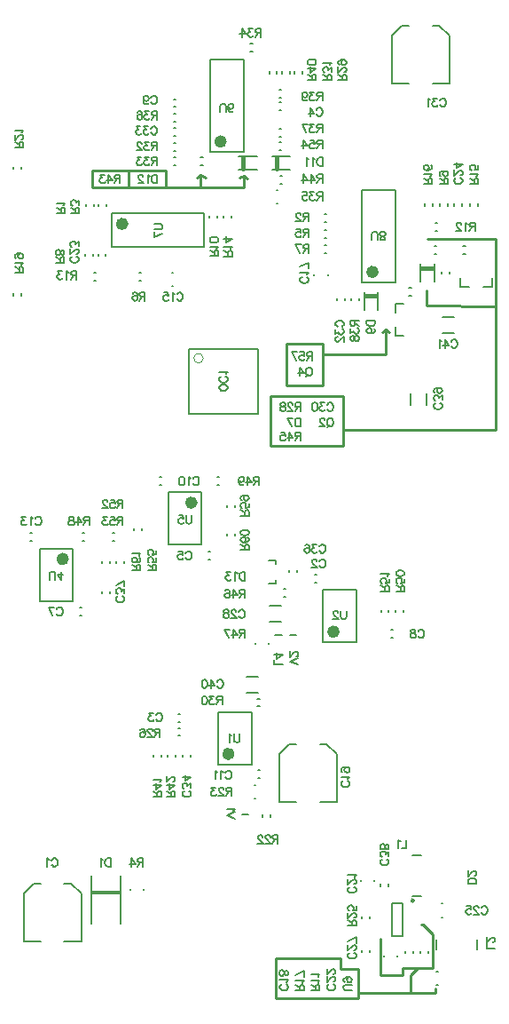
<source format=gbo>
G04*
G04 #@! TF.GenerationSoftware,Altium Limited,Altium Designer,23.4.1 (23)*
G04*
G04 Layer_Color=32896*
%FSLAX25Y25*%
%MOIN*%
G70*
G04*
G04 #@! TF.SameCoordinates,B679403E-95BF-4892-A0A7-9FFFC668BED6*
G04*
G04*
G04 #@! TF.FilePolarity,Positive*
G04*
G01*
G75*
%ADD10C,0.01000*%
%ADD11C,0.00787*%
%ADD12C,0.01575*%
%ADD13C,0.00591*%
%ADD14C,0.01181*%
%ADD15C,0.00800*%
%ADD56C,0.00984*%
%ADD103C,0.02362*%
%ADD104C,0.00394*%
%ADD105C,0.00000*%
D10*
X153347Y268110D02*
X153351Y262234D01*
X94488Y228346D02*
X122017D01*
Y209692D02*
Y228346D01*
X122047Y215846D02*
Y220472D01*
X153642Y287402D02*
X179134D01*
Y279528D02*
Y287402D01*
X136614Y252461D02*
X137992Y253346D01*
X139370Y252461D01*
X27657Y312992D02*
X27658Y311614D01*
X27657Y312992D02*
X41339Y312894D01*
X55315D01*
Y311614D02*
Y312894D01*
X84408Y311023D02*
X84494Y306594D01*
X82874Y310221D02*
X84449Y311024D01*
X84443Y311027D02*
X85925Y310123D01*
X66732Y310531D02*
X68307Y311516D01*
X70177Y310433D01*
X68307Y311516D02*
X70177Y310433D01*
X27656Y306803D02*
Y307591D01*
X41240Y306890D02*
Y312894D01*
X96457Y17323D02*
X96850D01*
X96457Y2362D02*
Y17323D01*
X27656Y307591D02*
X27658Y311614D01*
X94488Y209692D02*
X122017D01*
X179134Y261909D02*
Y285531D01*
X153351Y262234D02*
X179134Y261909D01*
X179232Y238583D01*
X179134Y215846D02*
Y240158D01*
X122047Y215846D02*
X179134D01*
X137992Y244094D02*
Y253346D01*
X114173Y244094D02*
X137992D01*
X114173D02*
Y248031D01*
X100591D02*
X114173D01*
X100591Y232283D02*
Y248031D01*
Y232283D02*
X114173D01*
Y248031D01*
X94488Y209692D02*
Y228346D01*
X55315Y306594D02*
Y307579D01*
Y306594D02*
X84494D01*
X27656Y306803D02*
X55315Y306594D01*
Y311614D01*
X68307Y306594D02*
Y311516D01*
X120866Y13386D02*
Y14173D01*
Y13386D02*
X122047D01*
X120866Y14173D02*
Y17323D01*
X96850D02*
X120866D01*
X96457Y2362D02*
X127559D01*
Y4331D01*
X135827Y11024D02*
Y24803D01*
Y11024D02*
X144095D01*
Y13780D01*
X150000D01*
X151181Y29921D02*
X151969D01*
X155512Y26378D01*
Y13780D02*
Y26378D01*
X150000Y13780D02*
X155512D01*
X147244Y11024D02*
X150000Y13780D01*
X147244Y4331D02*
Y11024D01*
X122047Y13386D02*
X127559D01*
Y4331D02*
Y13386D01*
Y4331D02*
X156693D01*
Y5906D01*
D11*
X141535Y262992D02*
X144685D01*
X141535Y259842D02*
Y262992D01*
Y251181D02*
X144685D01*
X141535D02*
Y254331D01*
X146605Y268996D02*
X147392D01*
X146605Y266043D02*
X147392D01*
X159350Y258169D02*
X163681D01*
X159350Y252067D02*
X163681D01*
X886Y266142D02*
Y266929D01*
X-2067Y266142D02*
Y266929D01*
X787Y313730D02*
Y314517D01*
X-2165Y313730D02*
Y314517D01*
X74410Y295374D02*
Y296161D01*
X71457Y295374D02*
Y296161D01*
X24803Y280906D02*
Y281693D01*
X27756Y280906D02*
Y281693D01*
X57382Y269587D02*
X57776D01*
X57382Y274705D02*
X57776D01*
X69488Y284350D02*
Y296949D01*
X34843Y284350D02*
Y296949D01*
Y284350D02*
X69488D01*
X34843Y296949D02*
X69488D01*
X45079Y274705D02*
X45866D01*
X45079Y271752D02*
X45866D01*
X29724Y281004D02*
Y281791D01*
X32677Y281004D02*
Y281791D01*
X28248Y271850D02*
X29035D01*
X28248Y274803D02*
X29035D01*
X76968Y295374D02*
Y296161D01*
X79921Y295374D02*
Y296161D01*
X30020Y299606D02*
Y300394D01*
X32972Y299606D02*
Y300394D01*
X25295Y299606D02*
Y300394D01*
X28248Y299606D02*
Y300394D01*
X156102Y271260D02*
Y277953D01*
X150984Y271260D02*
Y277953D01*
X156053Y284646D02*
X156840D01*
X156053Y281693D02*
X156840D01*
X134843Y260827D02*
Y267520D01*
X129724Y260827D02*
Y267520D01*
X122539Y264420D02*
Y265207D01*
X119587Y264420D02*
Y265207D01*
X127756Y264420D02*
Y265207D01*
X124803Y264420D02*
Y265207D01*
X166929Y284646D02*
X167717D01*
X166929Y281693D02*
X167717D01*
X71850Y319980D02*
Y354626D01*
X84449Y319980D02*
Y354626D01*
X71850Y319980D02*
X84449D01*
X71850Y354626D02*
X84449D01*
X58071Y336910D02*
X58858D01*
X58071Y339862D02*
X58858D01*
X58071Y323425D02*
X58858D01*
X58071Y320472D02*
X58858D01*
X58071Y314961D02*
X58858D01*
X58071Y317913D02*
X58858D01*
X68307Y314961D02*
X69095D01*
X68307Y317913D02*
X69095D01*
X58071Y325984D02*
X58858D01*
X58071Y328937D02*
X58858D01*
X58071Y331398D02*
X58858D01*
X58071Y334350D02*
X58858D01*
X52824Y197933D02*
X53612D01*
X52824Y194980D02*
X53612D01*
X56102Y172638D02*
X68701D01*
X56102Y192323D02*
X68701D01*
X56102Y172638D02*
Y192323D01*
X68701Y172638D02*
Y192323D01*
X39665Y165650D02*
Y166437D01*
X36713Y165650D02*
Y166437D01*
X104626Y162303D02*
Y163091D01*
X101673Y162303D02*
Y163091D01*
X111122Y158514D02*
X111909D01*
X111122Y161467D02*
X111909D01*
X144439Y147244D02*
Y148031D01*
X141486Y147244D02*
Y148031D01*
X139862Y137795D02*
X140650D01*
X139862Y140748D02*
X140650D01*
X93898Y135433D02*
Y135827D01*
X88779Y135433D02*
Y135827D01*
X114272Y155709D02*
X126870D01*
X114272Y136024D02*
X126870D01*
Y155709D01*
X114272Y136024D02*
Y155709D01*
X139026Y147244D02*
Y148031D01*
X136073Y147244D02*
Y148031D01*
X99558Y156004D02*
X100345D01*
X99558Y153051D02*
X100345D01*
X94291Y143602D02*
X98622D01*
X94291Y149705D02*
X98622D01*
X93748Y158016D02*
X96653D01*
Y159394D01*
X93748Y166677D02*
X96653D01*
Y165299D02*
Y166677D01*
X101870Y138779D02*
X104232D01*
X96358Y138779D02*
X98721D01*
X59892Y103839D02*
X60680D01*
X59892Y100886D02*
X60680D01*
X59892Y108957D02*
X60680D01*
X59892Y106004D02*
X60680D01*
X81102Y186614D02*
Y187402D01*
X78150Y186614D02*
Y187402D01*
X156447Y293406D02*
X157234D01*
X156447Y290453D02*
X157234D01*
X152657Y299803D02*
Y300590D01*
X155610Y299803D02*
Y300590D01*
X169587Y299803D02*
Y300590D01*
X172539Y299803D02*
Y300590D01*
X174606Y269482D02*
X177756D01*
Y272632D01*
X165945Y269482D02*
X169095D01*
X165945D02*
Y272632D01*
X158957Y274213D02*
Y275000D01*
X161909Y274213D02*
Y275000D01*
X158169Y299803D02*
Y300590D01*
X161122Y299803D02*
Y300590D01*
X163681Y299803D02*
Y300590D01*
X166634Y299803D02*
Y300590D01*
X153839Y19291D02*
Y20079D01*
X150886Y19291D02*
Y20079D01*
X145374Y19291D02*
Y20079D01*
X148327Y19291D02*
Y20079D01*
X142323Y17913D02*
Y18307D01*
X137205Y17913D02*
Y18307D01*
X140157Y37992D02*
X144095D01*
X140157Y25787D02*
X144095D01*
Y37992D01*
X140157Y25787D02*
Y37992D01*
X156811Y20669D02*
Y24213D01*
X172323Y20669D02*
Y24213D01*
X138878Y44488D02*
Y45276D01*
X135925Y44488D02*
Y45276D01*
X158858Y32874D02*
X159252D01*
X158858Y37992D02*
X159252D01*
X133661Y46260D02*
Y46654D01*
X128543Y46260D02*
Y46654D01*
X128839Y19685D02*
Y20472D01*
X131791Y19685D02*
Y20472D01*
X128839Y32283D02*
Y33071D01*
X131791Y32283D02*
Y33071D01*
X156988Y7283D02*
X157382D01*
X156988Y12402D02*
X157382D01*
X153248Y225197D02*
Y229528D01*
X147146Y225197D02*
Y229528D01*
X161811Y345768D02*
Y363632D01*
X155413Y345768D02*
X161811D01*
X140157D02*
X146555D01*
X140157D02*
Y363632D01*
X155413Y367421D02*
X158022D01*
X161811Y363632D01*
X140157D02*
X143947Y367421D01*
X146555D01*
X128937Y271063D02*
Y305709D01*
X141535Y271063D02*
Y305709D01*
X128937Y271063D02*
X141535D01*
X128937Y305709D02*
X141535D01*
X114764Y290650D02*
X115551D01*
X114764Y287697D02*
X115551D01*
X97736Y320866D02*
X98524D01*
X97736Y323819D02*
X98524D01*
X20374Y151476D02*
Y171161D01*
X7776Y151476D02*
Y171161D01*
X20374D01*
X7776Y151476D02*
X20374D01*
X34154Y165650D02*
Y166437D01*
X31201Y165650D02*
Y166437D01*
X34154Y154232D02*
Y155020D01*
X31201Y154232D02*
Y155020D01*
X23819Y177067D02*
X24606D01*
X23819Y174114D02*
X24606D01*
X35089D02*
X35876D01*
X35089Y177067D02*
X35876D01*
X85433Y123130D02*
X89764D01*
X85433Y117028D02*
X89764D01*
X4232Y174114D02*
X5020D01*
X4232Y177067D02*
X5020D01*
X22835Y146063D02*
X23622D01*
X22835Y149016D02*
X23622D01*
X58957Y93061D02*
Y93848D01*
X56004Y93061D02*
Y93848D01*
X89892Y88091D02*
X90680D01*
X89892Y85138D02*
X90680D01*
X88465Y77362D02*
X88858D01*
X88465Y82480D02*
X88858D01*
X147835Y56181D02*
X151378D01*
X147835Y40669D02*
X151378D01*
X46063Y177903D02*
Y178691D01*
X43110Y177903D02*
Y178691D01*
X74410Y197933D02*
X75197D01*
X74410Y194980D02*
X75197D01*
X71191Y170079D02*
X71979D01*
X71191Y167126D02*
X71979D01*
X81201Y175984D02*
Y176772D01*
X78248Y175984D02*
Y176772D01*
X91516Y70472D02*
Y71260D01*
X94468Y70472D02*
Y71260D01*
X83858D02*
X86221D01*
X74803Y109843D02*
X87402D01*
X74803Y90158D02*
X87402D01*
Y109843D01*
X74803Y90158D02*
Y109843D01*
X61516Y93061D02*
Y93848D01*
X64468Y93061D02*
Y93848D01*
X53445Y93061D02*
Y93848D01*
X50492Y93061D02*
Y93848D01*
X119488Y76181D02*
Y94045D01*
X113091Y76181D02*
X119488D01*
X97835D02*
X104232D01*
X97835D02*
Y94045D01*
X113091Y97835D02*
X115699D01*
X119488Y94045D01*
X97835D02*
X101624Y97835D01*
X104232D01*
X98130Y310925D02*
X98917D01*
X98130Y307972D02*
X98917D01*
X94095Y349484D02*
Y350271D01*
X97047Y349484D02*
Y350271D01*
X97883Y340453D02*
X98671D01*
X97883Y343406D02*
X98671D01*
X97736Y325787D02*
X98524D01*
X97736Y328740D02*
X98524D01*
X96850Y300591D02*
X97244D01*
X96850Y305709D02*
X97244D01*
X86939Y360728D02*
X87727D01*
X86939Y357776D02*
X87727D01*
X101772Y349484D02*
Y350271D01*
X98819Y349484D02*
Y350271D01*
X89714Y111909D02*
X90502D01*
X89714Y114862D02*
X90502D01*
X106496Y349484D02*
Y350271D01*
X103543Y349484D02*
Y350271D01*
X114764Y285138D02*
X115551D01*
X114764Y282185D02*
X115551D01*
X47047Y42913D02*
Y43307D01*
X41929Y42913D02*
Y43307D01*
X114764Y296555D02*
X115551D01*
X114764Y293602D02*
X115551D01*
X82697Y318406D02*
X89390D01*
X82697Y313287D02*
X89390D01*
X95276Y318406D02*
X101969D01*
X95276Y313287D02*
X101969D01*
X116142Y273622D02*
Y274016D01*
X111024Y273622D02*
Y274016D01*
X97883Y338583D02*
X98671D01*
X97883Y335630D02*
X98671D01*
X5561Y45472D02*
X8169D01*
X1772Y41683D02*
X5561Y45472D01*
X19636D02*
X23425Y41683D01*
X17028Y45472D02*
X19636D01*
X1772Y23819D02*
Y41683D01*
Y23819D02*
X8169D01*
X17028D02*
X23425D01*
Y41683D01*
X45669Y163075D02*
X42520D01*
X45669D02*
Y164425D01*
X45519Y164875D01*
X45369Y165025D01*
X45069Y165175D01*
X44769D01*
X44469Y165025D01*
X44319Y164875D01*
X44170Y164425D01*
Y163075D01*
Y164125D02*
X42520Y165175D01*
X45219Y167679D02*
X45519Y167529D01*
X45669Y167079D01*
Y166779D01*
X45519Y166329D01*
X45069Y166029D01*
X44319Y165879D01*
X43570D01*
X42970Y166029D01*
X42670Y166329D01*
X42520Y166779D01*
Y166929D01*
X42670Y167379D01*
X42970Y167679D01*
X43420Y167829D01*
X43570D01*
X44019Y167679D01*
X44319Y167379D01*
X44469Y166929D01*
Y166779D01*
X44319Y166329D01*
X44019Y166029D01*
X43570Y165879D01*
X45069Y168519D02*
X45219Y168818D01*
X45669Y169268D01*
X42520D01*
X86417Y170638D02*
X83268D01*
X86417D02*
Y171988D01*
X86267Y172438D01*
X86117Y172588D01*
X85817Y172738D01*
X85517D01*
X85217Y172588D01*
X85067Y172438D01*
X84917Y171988D01*
Y170638D01*
Y171688D02*
X83268Y172738D01*
X85967Y175242D02*
X86267Y175092D01*
X86417Y174642D01*
Y174342D01*
X86267Y173892D01*
X85817Y173592D01*
X85067Y173442D01*
X84318D01*
X83718Y173592D01*
X83418Y173892D01*
X83268Y174342D01*
Y174492D01*
X83418Y174942D01*
X83718Y175242D01*
X84168Y175392D01*
X84318D01*
X84768Y175242D01*
X85067Y174942D01*
X85217Y174492D01*
Y174342D01*
X85067Y173892D01*
X84768Y173592D01*
X84318Y173442D01*
X86417Y176981D02*
X86267Y176531D01*
X85817Y176231D01*
X85067Y176081D01*
X84618D01*
X83868Y176231D01*
X83418Y176531D01*
X83268Y176981D01*
Y177281D01*
X83418Y177731D01*
X83868Y178031D01*
X84618Y178181D01*
X85067D01*
X85817Y178031D01*
X86267Y177731D01*
X86417Y177281D01*
Y176981D01*
Y183524D02*
X83268D01*
X86417D02*
Y184874D01*
X86267Y185324D01*
X86117Y185474D01*
X85817Y185624D01*
X85517D01*
X85217Y185474D01*
X85067Y185324D01*
X84917Y184874D01*
Y183524D01*
Y184574D02*
X83268Y185624D01*
X86417Y188128D02*
Y186628D01*
X85067Y186478D01*
X85217Y186628D01*
X85367Y187078D01*
Y187528D01*
X85217Y187978D01*
X84917Y188278D01*
X84468Y188428D01*
X84168D01*
X83718Y188278D01*
X83418Y187978D01*
X83268Y187528D01*
Y187078D01*
X83418Y186628D01*
X83568Y186478D01*
X83868Y186328D01*
X85367Y191082D02*
X84917Y190932D01*
X84618Y190632D01*
X84468Y190182D01*
Y190032D01*
X84618Y189582D01*
X84917Y189283D01*
X85367Y189132D01*
X85517D01*
X85967Y189283D01*
X86267Y189582D01*
X86417Y190032D01*
Y190182D01*
X86267Y190632D01*
X85967Y190932D01*
X85367Y191082D01*
X84618D01*
X83868Y190932D01*
X83418Y190632D01*
X83268Y190182D01*
Y189882D01*
X83418Y189432D01*
X83718Y189283D01*
X110270Y244882D02*
Y241733D01*
Y244882D02*
X108921D01*
X108471Y244732D01*
X108321Y244582D01*
X108171Y244282D01*
Y243982D01*
X108321Y243682D01*
X108471Y243532D01*
X108921Y243382D01*
X110270D01*
X109221D02*
X108171Y241733D01*
X105667Y244882D02*
X107166D01*
X107316Y243532D01*
X107166Y243682D01*
X106717Y243832D01*
X106267D01*
X105817Y243682D01*
X105517Y243382D01*
X105367Y242932D01*
Y242632D01*
X105517Y242182D01*
X105817Y241883D01*
X106267Y241733D01*
X106717D01*
X107166Y241883D01*
X107316Y242033D01*
X107466Y242332D01*
X102563Y244882D02*
X104062Y241733D01*
X104662Y244882D02*
X102563D01*
X51574Y163075D02*
X48425D01*
X51574D02*
Y164425D01*
X51424Y164875D01*
X51275Y165025D01*
X50975Y165175D01*
X50675D01*
X50375Y165025D01*
X50225Y164875D01*
X50075Y164425D01*
Y163075D01*
Y164125D02*
X48425Y165175D01*
X51574Y167679D02*
Y166179D01*
X50225Y166029D01*
X50375Y166179D01*
X50525Y166629D01*
Y167079D01*
X50375Y167529D01*
X50075Y167829D01*
X49625Y167979D01*
X49325D01*
X48875Y167829D01*
X48575Y167529D01*
X48425Y167079D01*
Y166629D01*
X48575Y166179D01*
X48725Y166029D01*
X49025Y165879D01*
X51574Y170483D02*
Y168983D01*
X50225Y168833D01*
X50375Y168983D01*
X50525Y169433D01*
Y169883D01*
X50375Y170333D01*
X50075Y170633D01*
X49625Y170783D01*
X49325D01*
X48875Y170633D01*
X48575Y170333D01*
X48425Y169883D01*
Y169433D01*
X48575Y168983D01*
X48725Y168833D01*
X49025Y168684D01*
X114108Y324409D02*
Y321260D01*
Y324409D02*
X112759D01*
X112309Y324259D01*
X112159Y324109D01*
X112009Y323809D01*
Y323509D01*
X112159Y323210D01*
X112309Y323060D01*
X112759Y322910D01*
X114108D01*
X113059D02*
X112009Y321260D01*
X109505Y324409D02*
X111004D01*
X111154Y323060D01*
X111004Y323210D01*
X110555Y323359D01*
X110105D01*
X109655Y323210D01*
X109355Y322910D01*
X109205Y322460D01*
Y322160D01*
X109355Y321710D01*
X109655Y321410D01*
X110105Y321260D01*
X110555D01*
X111004Y321410D01*
X111154Y321560D01*
X111304Y321860D01*
X107001Y324409D02*
X108500Y322310D01*
X106251D01*
X107001Y324409D02*
Y321260D01*
X124705Y256707D02*
X127854D01*
X124705D02*
Y255358D01*
X124855Y254908D01*
X125005Y254758D01*
X125305Y254608D01*
X125605D01*
X125905Y254758D01*
X126055Y254908D01*
X126205Y255358D01*
Y256707D01*
Y255658D02*
X127854Y254608D01*
X124705Y253603D02*
Y251954D01*
X125905Y252854D01*
Y252404D01*
X126055Y252104D01*
X126205Y251954D01*
X126654Y251804D01*
X126954D01*
X127404Y251954D01*
X127704Y252254D01*
X127854Y252704D01*
Y253154D01*
X127704Y253603D01*
X127554Y253753D01*
X127254Y253903D01*
X124705Y250349D02*
X124855Y250799D01*
X125155Y250949D01*
X125455D01*
X125755Y250799D01*
X125905Y250500D01*
X126055Y249900D01*
X126205Y249450D01*
X126504Y249150D01*
X126804Y249000D01*
X127254D01*
X127554Y249150D01*
X127704Y249300D01*
X127854Y249750D01*
Y250349D01*
X127704Y250799D01*
X127554Y250949D01*
X127254Y251099D01*
X126804D01*
X126504Y250949D01*
X126205Y250649D01*
X126055Y250200D01*
X125905Y249600D01*
X125755Y249300D01*
X125455Y249150D01*
X125155D01*
X124855Y249300D01*
X124705Y249750D01*
Y250349D01*
X162512Y248856D02*
X162662Y249156D01*
X162962Y249456D01*
X163262Y249606D01*
X163862D01*
X164161Y249456D01*
X164461Y249156D01*
X164611Y248856D01*
X164761Y248406D01*
Y247657D01*
X164611Y247207D01*
X164461Y246907D01*
X164161Y246607D01*
X163862Y246457D01*
X163262D01*
X162962Y246607D01*
X162662Y246907D01*
X162512Y247207D01*
X160128Y249606D02*
X161627Y247507D01*
X159378D01*
X160128Y249606D02*
Y246457D01*
X158823Y249006D02*
X158523Y249156D01*
X158073Y249606D01*
Y246457D01*
X74506Y121199D02*
X74656Y121499D01*
X74955Y121799D01*
X75255Y121949D01*
X75855D01*
X76155Y121799D01*
X76455Y121499D01*
X76605Y121199D01*
X76755Y120749D01*
Y119999D01*
X76605Y119549D01*
X76455Y119249D01*
X76155Y118949D01*
X75855Y118799D01*
X75255D01*
X74955Y118949D01*
X74656Y119249D01*
X74506Y119549D01*
X72121Y121949D02*
X73621Y119849D01*
X71372D01*
X72121Y121949D02*
Y118799D01*
X69917Y121949D02*
X70367Y121799D01*
X70667Y121349D01*
X70817Y120599D01*
Y120149D01*
X70667Y119399D01*
X70367Y118949D01*
X69917Y118799D01*
X69617D01*
X69167Y118949D01*
X68867Y119399D01*
X68718Y120149D01*
Y120599D01*
X68867Y121349D01*
X69167Y121799D01*
X69617Y121949D01*
X69917D01*
X158305Y225766D02*
X158605Y225616D01*
X158905Y225316D01*
X159055Y225016D01*
Y224417D01*
X158905Y224117D01*
X158605Y223817D01*
X158305Y223667D01*
X157855Y223517D01*
X157105D01*
X156656Y223667D01*
X156356Y223817D01*
X156056Y224117D01*
X155906Y224417D01*
Y225016D01*
X156056Y225316D01*
X156356Y225616D01*
X156656Y225766D01*
X159055Y226951D02*
Y228600D01*
X157855Y227701D01*
Y228150D01*
X157705Y228450D01*
X157555Y228600D01*
X157105Y228750D01*
X156806D01*
X156356Y228600D01*
X156056Y228300D01*
X155906Y227851D01*
Y227401D01*
X156056Y226951D01*
X156206Y226801D01*
X156506Y226651D01*
X158005Y231404D02*
X157555Y231254D01*
X157255Y230954D01*
X157105Y230505D01*
Y230355D01*
X157255Y229905D01*
X157555Y229605D01*
X158005Y229455D01*
X158155D01*
X158605Y229605D01*
X158905Y229905D01*
X159055Y230355D01*
Y230505D01*
X158905Y230954D01*
X158605Y231254D01*
X158005Y231404D01*
X157255D01*
X156506Y231254D01*
X156056Y230954D01*
X155906Y230505D01*
Y230205D01*
X156056Y229755D01*
X156356Y229605D01*
X138226Y54530D02*
X138526Y54380D01*
X138826Y54080D01*
X138976Y53780D01*
Y53180D01*
X138826Y52880D01*
X138526Y52580D01*
X138226Y52430D01*
X137776Y52281D01*
X137027D01*
X136577Y52430D01*
X136277Y52580D01*
X135977Y52880D01*
X135827Y53180D01*
Y53780D01*
X135977Y54080D01*
X136277Y54380D01*
X136577Y54530D01*
X138976Y55714D02*
Y57364D01*
X137776Y56464D01*
Y56914D01*
X137627Y57214D01*
X137477Y57364D01*
X137027Y57514D01*
X136727D01*
X136277Y57364D01*
X135977Y57064D01*
X135827Y56614D01*
Y56164D01*
X135977Y55714D01*
X136127Y55564D01*
X136427Y55414D01*
X138976Y58968D02*
X138826Y58518D01*
X138526Y58368D01*
X138226D01*
X137926Y58518D01*
X137776Y58818D01*
X137627Y59418D01*
X137477Y59868D01*
X137177Y60168D01*
X136877Y60318D01*
X136427D01*
X136127Y60168D01*
X135977Y60018D01*
X135827Y59568D01*
Y58968D01*
X135977Y58518D01*
X136127Y58368D01*
X136427Y58219D01*
X136877D01*
X137177Y58368D01*
X137477Y58668D01*
X137627Y59118D01*
X137776Y59718D01*
X137926Y60018D01*
X138226Y60168D01*
X138526D01*
X138826Y60018D01*
X138976Y59568D01*
Y58968D01*
X78445Y231249D02*
X78295Y230949D01*
X77995Y230649D01*
X77695Y230499D01*
X77245Y230349D01*
X76495D01*
X76045Y230499D01*
X75745Y230649D01*
X75446Y230949D01*
X75296Y231249D01*
Y231849D01*
X75446Y232149D01*
X75745Y232449D01*
X76045Y232599D01*
X76495Y232749D01*
X77245D01*
X77695Y232599D01*
X77995Y232449D01*
X78295Y232149D01*
X78445Y231849D01*
Y231249D01*
X77695Y235733D02*
X77995Y235583D01*
X78295Y235283D01*
X78445Y234983D01*
Y234383D01*
X78295Y234083D01*
X77995Y233783D01*
X77695Y233633D01*
X77245Y233483D01*
X76495D01*
X76045Y233633D01*
X75745Y233783D01*
X75446Y234083D01*
X75296Y234383D01*
Y234983D01*
X75446Y235283D01*
X75745Y235583D01*
X76045Y235733D01*
X77845Y236617D02*
X77995Y236917D01*
X78445Y237367D01*
X75296D01*
X34454Y54921D02*
Y51772D01*
Y54921D02*
X33404D01*
X32955Y54771D01*
X32655Y54471D01*
X32505Y54171D01*
X32355Y53721D01*
Y52972D01*
X32505Y52522D01*
X32655Y52222D01*
X32955Y51922D01*
X33404Y51772D01*
X34454D01*
X31650Y54321D02*
X31350Y54471D01*
X30900Y54921D01*
Y51772D01*
X105019Y127666D02*
X101870Y128866D01*
X105019Y130066D02*
X101870Y128866D01*
X104270Y130620D02*
X104420D01*
X104719Y130770D01*
X104869Y130920D01*
X105019Y131220D01*
Y131820D01*
X104869Y132120D01*
X104719Y132270D01*
X104420Y132420D01*
X104120D01*
X103820Y132270D01*
X103370Y131970D01*
X101870Y130471D01*
Y132570D01*
X81232Y69877D02*
X78083Y71076D01*
X81232Y72276D02*
X78083Y71076D01*
X80632Y72681D02*
X80782Y72981D01*
X81232Y73430D01*
X78083D01*
X46621Y54921D02*
Y51772D01*
Y54921D02*
X45272D01*
X44822Y54771D01*
X44672Y54621D01*
X44522Y54321D01*
Y54021D01*
X44672Y53721D01*
X44822Y53571D01*
X45272Y53421D01*
X46621D01*
X45572D02*
X44522Y51772D01*
X42318Y54921D02*
X43817Y52822D01*
X41568D01*
X42318Y54921D02*
Y51772D01*
X99114Y127666D02*
X95965D01*
Y129466D01*
X99114Y131310D02*
X97015Y129811D01*
Y132060D01*
X99114Y131310D02*
X95965D01*
X12291Y54171D02*
X12441Y54471D01*
X12741Y54771D01*
X13041Y54921D01*
X13641D01*
X13940Y54771D01*
X14240Y54471D01*
X14390Y54171D01*
X14540Y53721D01*
Y52972D01*
X14390Y52522D01*
X14240Y52222D01*
X13940Y51922D01*
X13641Y51772D01*
X13041D01*
X12741Y51922D01*
X12441Y52222D01*
X12291Y52522D01*
X11406Y54321D02*
X11106Y54471D01*
X10657Y54921D01*
Y51772D01*
X123561Y83888D02*
X123861Y83738D01*
X124161Y83438D01*
X124311Y83138D01*
Y82538D01*
X124161Y82238D01*
X123861Y81938D01*
X123561Y81788D01*
X123111Y81638D01*
X122361D01*
X121912Y81788D01*
X121612Y81938D01*
X121312Y82238D01*
X121162Y82538D01*
Y83138D01*
X121312Y83438D01*
X121612Y83738D01*
X121912Y83888D01*
X123711Y84772D02*
X123861Y85072D01*
X124311Y85522D01*
X121162D01*
X123261Y89031D02*
X122811Y88881D01*
X122511Y88581D01*
X122361Y88131D01*
Y87981D01*
X122511Y87531D01*
X122811Y87231D01*
X123261Y87082D01*
X123411D01*
X123861Y87231D01*
X124161Y87531D01*
X124311Y87981D01*
Y88131D01*
X124161Y88581D01*
X123861Y88881D01*
X123261Y89031D01*
X122511D01*
X121762Y88881D01*
X121312Y88581D01*
X121162Y88131D01*
Y87831D01*
X121312Y87381D01*
X121612Y87231D01*
X111712Y347008D02*
X108563D01*
X111712D02*
Y348358D01*
X111562Y348808D01*
X111412Y348957D01*
X111112Y349107D01*
X110813D01*
X110513Y348957D01*
X110363Y348808D01*
X110213Y348358D01*
Y347008D01*
Y348058D02*
X108563Y349107D01*
X111712Y351312D02*
X109613Y349812D01*
Y352061D01*
X111712Y351312D02*
X108563D01*
X111712Y353516D02*
X111562Y353066D01*
X111112Y352766D01*
X110363Y352616D01*
X109913D01*
X109163Y352766D01*
X108713Y353066D01*
X108563Y353516D01*
Y353816D01*
X108713Y354266D01*
X109163Y354566D01*
X109913Y354715D01*
X110363D01*
X111112Y354566D01*
X111562Y354266D01*
X111712Y353816D01*
Y353516D01*
X114108Y342421D02*
Y339272D01*
Y342421D02*
X112759D01*
X112309Y342271D01*
X112159Y342121D01*
X112009Y341821D01*
Y341521D01*
X112159Y341221D01*
X112309Y341071D01*
X112759Y340921D01*
X114108D01*
X113059D02*
X112009Y339272D01*
X111004Y342421D02*
X109355D01*
X110255Y341221D01*
X109805D01*
X109505Y341071D01*
X109355Y340921D01*
X109205Y340472D01*
Y340172D01*
X109355Y339722D01*
X109655Y339422D01*
X110105Y339272D01*
X110555D01*
X111004Y339422D01*
X111154Y339572D01*
X111304Y339872D01*
X106551Y341371D02*
X106701Y340921D01*
X107001Y340621D01*
X107450Y340472D01*
X107600D01*
X108050Y340621D01*
X108350Y340921D01*
X108500Y341371D01*
Y341521D01*
X108350Y341971D01*
X108050Y342271D01*
X107600Y342421D01*
X107450D01*
X107001Y342271D01*
X106701Y341971D01*
X106551Y341371D01*
Y340621D01*
X106701Y339872D01*
X107001Y339422D01*
X107450Y339272D01*
X107750D01*
X108200Y339422D01*
X108350Y339722D01*
X125197Y5350D02*
X122947D01*
X122497Y5500D01*
X122197Y5800D01*
X122048Y6250D01*
Y6549D01*
X122197Y6999D01*
X122497Y7299D01*
X122947Y7449D01*
X125197D01*
X124147Y10268D02*
X123697Y10118D01*
X123397Y9818D01*
X123247Y9368D01*
Y9218D01*
X123397Y8769D01*
X123697Y8469D01*
X124147Y8319D01*
X124297D01*
X124747Y8469D01*
X125047Y8769D01*
X125197Y9218D01*
Y9368D01*
X125047Y9818D01*
X124747Y10118D01*
X124147Y10268D01*
X123397D01*
X122647Y10118D01*
X122197Y9818D01*
X122048Y9368D01*
Y9069D01*
X122197Y8619D01*
X122497Y8469D01*
X132663Y286890D02*
Y289139D01*
X132813Y289589D01*
X133113Y289889D01*
X133562Y290039D01*
X133862D01*
X134312Y289889D01*
X134612Y289589D01*
X134762Y289139D01*
Y286890D01*
X136381D02*
X135932Y287040D01*
X135782Y287340D01*
Y287640D01*
X135932Y287940D01*
X136232Y288090D01*
X136831Y288240D01*
X137281Y288390D01*
X137581Y288689D01*
X137731Y288989D01*
Y289439D01*
X137581Y289739D01*
X137431Y289889D01*
X136981Y290039D01*
X136381D01*
X135932Y289889D01*
X135782Y289739D01*
X135632Y289439D01*
Y288989D01*
X135782Y288689D01*
X136082Y288390D01*
X136531Y288240D01*
X137131Y288090D01*
X137431Y287940D01*
X137581Y287640D01*
Y287340D01*
X137431Y287040D01*
X136981Y286890D01*
X136381D01*
X50886Y292987D02*
X53135D01*
X53585Y292837D01*
X53885Y292537D01*
X54035Y292087D01*
Y291787D01*
X53885Y291337D01*
X53585Y291038D01*
X53135Y290888D01*
X50886D01*
Y287919D02*
X54035Y289418D01*
X50886Y290018D02*
Y287919D01*
X75690Y334941D02*
Y337191D01*
X75840Y337640D01*
X76140Y337940D01*
X76590Y338090D01*
X76890D01*
X77340Y337940D01*
X77640Y337640D01*
X77790Y337191D01*
Y334941D01*
X80459Y335391D02*
X80309Y335091D01*
X79859Y334941D01*
X79559D01*
X79109Y335091D01*
X78809Y335541D01*
X78659Y336291D01*
Y337041D01*
X78809Y337640D01*
X79109Y337940D01*
X79559Y338090D01*
X79709D01*
X80159Y337940D01*
X80459Y337640D01*
X80609Y337191D01*
Y337041D01*
X80459Y336591D01*
X80159Y336291D01*
X79709Y336141D01*
X79559D01*
X79109Y336291D01*
X78809Y336591D01*
X78659Y337041D01*
X64936Y183661D02*
Y181412D01*
X64786Y180962D01*
X64486Y180662D01*
X64036Y180512D01*
X63736D01*
X63286Y180662D01*
X62986Y180962D01*
X62836Y181412D01*
Y183661D01*
X60167D02*
X61667D01*
X61817Y182311D01*
X61667Y182462D01*
X61217Y182611D01*
X60767D01*
X60317Y182462D01*
X60017Y182162D01*
X59867Y181712D01*
Y181412D01*
X60017Y180962D01*
X60317Y180662D01*
X60767Y180512D01*
X61217D01*
X61667Y180662D01*
X61817Y180812D01*
X61967Y181112D01*
X11466Y159351D02*
Y161600D01*
X11616Y162050D01*
X11915Y162350D01*
X12365Y162500D01*
X12665D01*
X13115Y162350D01*
X13415Y162050D01*
X13565Y161600D01*
Y159351D01*
X15934D02*
X14435Y161450D01*
X16684D01*
X15934Y159351D02*
Y162500D01*
X123105Y147834D02*
Y145585D01*
X122955Y145135D01*
X122655Y144835D01*
X122205Y144685D01*
X121905D01*
X121456Y144835D01*
X121156Y145135D01*
X121006Y145585D01*
Y147834D01*
X119986Y147085D02*
Y147234D01*
X119836Y147534D01*
X119686Y147684D01*
X119386Y147834D01*
X118787D01*
X118487Y147684D01*
X118337Y147534D01*
X118187Y147234D01*
Y146935D01*
X118337Y146635D01*
X118637Y146185D01*
X120136Y144685D01*
X118037D01*
X82962Y101575D02*
Y99325D01*
X82812Y98875D01*
X82512Y98576D01*
X82062Y98426D01*
X81762D01*
X81312Y98576D01*
X81012Y98875D01*
X80862Y99325D01*
Y101575D01*
X79993Y100975D02*
X79693Y101125D01*
X79243Y101575D01*
Y98426D01*
X39041Y183071D02*
Y179922D01*
Y183071D02*
X37692D01*
X37242Y182921D01*
X37092Y182771D01*
X36942Y182471D01*
Y182171D01*
X37092Y181871D01*
X37242Y181721D01*
X37692Y181571D01*
X39041D01*
X37991D02*
X36942Y179922D01*
X34438Y183071D02*
X35937D01*
X36087Y181721D01*
X35937Y181871D01*
X35487Y182021D01*
X35037D01*
X34588Y181871D01*
X34288Y181571D01*
X34138Y181121D01*
Y180821D01*
X34288Y180371D01*
X34588Y180072D01*
X35037Y179922D01*
X35487D01*
X35937Y180072D01*
X36087Y180221D01*
X36237Y180521D01*
X33133Y183071D02*
X31484D01*
X32383Y181871D01*
X31934D01*
X31634Y181721D01*
X31484Y181571D01*
X31334Y181121D01*
Y180821D01*
X31484Y180371D01*
X31784Y180072D01*
X32233Y179922D01*
X32683D01*
X33133Y180072D01*
X33283Y180221D01*
X33433Y180521D01*
X39041Y189468D02*
Y186319D01*
Y189468D02*
X37692D01*
X37242Y189318D01*
X37092Y189168D01*
X36942Y188868D01*
Y188568D01*
X37092Y188269D01*
X37242Y188119D01*
X37692Y187969D01*
X39041D01*
X37991D02*
X36942Y186319D01*
X34438Y189468D02*
X35937D01*
X36087Y188119D01*
X35937Y188269D01*
X35487Y188418D01*
X35037D01*
X34588Y188269D01*
X34288Y187969D01*
X34138Y187519D01*
Y187219D01*
X34288Y186769D01*
X34588Y186469D01*
X35037Y186319D01*
X35487D01*
X35937Y186469D01*
X36087Y186619D01*
X36237Y186919D01*
X33283Y188718D02*
Y188868D01*
X33133Y189168D01*
X32983Y189318D01*
X32683Y189468D01*
X32083D01*
X31784Y189318D01*
X31634Y189168D01*
X31484Y188868D01*
Y188568D01*
X31634Y188269D01*
X31934Y187819D01*
X33433Y186319D01*
X31334D01*
X139124Y155201D02*
X135975D01*
X139124D02*
Y156551D01*
X138974Y157001D01*
X138824Y157151D01*
X138524Y157301D01*
X138224D01*
X137925Y157151D01*
X137775Y157001D01*
X137625Y156551D01*
Y155201D01*
Y156251D02*
X135975Y157301D01*
X139124Y159805D02*
Y158305D01*
X137775Y158155D01*
X137925Y158305D01*
X138074Y158755D01*
Y159205D01*
X137925Y159655D01*
X137625Y159955D01*
X137175Y160105D01*
X136875D01*
X136425Y159955D01*
X136125Y159655D01*
X135975Y159205D01*
Y158755D01*
X136125Y158305D01*
X136275Y158155D01*
X136575Y158005D01*
X138524Y160810D02*
X138674Y161109D01*
X139124Y161559D01*
X135975D01*
X144930Y155201D02*
X141781D01*
X144930D02*
Y156551D01*
X144780Y157001D01*
X144631Y157151D01*
X144331Y157301D01*
X144031D01*
X143731Y157151D01*
X143581Y157001D01*
X143431Y156551D01*
Y155201D01*
Y156251D02*
X141781Y157301D01*
X144930Y159805D02*
Y158305D01*
X143581Y158155D01*
X143731Y158305D01*
X143881Y158755D01*
Y159205D01*
X143731Y159655D01*
X143431Y159955D01*
X142981Y160105D01*
X142681D01*
X142231Y159955D01*
X141931Y159655D01*
X141781Y159205D01*
Y158755D01*
X141931Y158305D01*
X142081Y158155D01*
X142381Y158005D01*
X144930Y161709D02*
X144780Y161259D01*
X144331Y160959D01*
X143581Y160810D01*
X143131D01*
X142381Y160959D01*
X141931Y161259D01*
X141781Y161709D01*
Y162009D01*
X141931Y162459D01*
X142381Y162759D01*
X143131Y162909D01*
X143581D01*
X144331Y162759D01*
X144780Y162459D01*
X144930Y162009D01*
Y161709D01*
X90196Y198031D02*
Y194882D01*
Y198031D02*
X88846D01*
X88397Y197881D01*
X88247Y197731D01*
X88097Y197431D01*
Y197132D01*
X88247Y196832D01*
X88397Y196682D01*
X88846Y196532D01*
X90196D01*
X89146D02*
X88097Y194882D01*
X85892Y198031D02*
X87392Y195932D01*
X85143D01*
X85892Y198031D02*
Y194882D01*
X82639Y196982D02*
X82789Y196532D01*
X83088Y196232D01*
X83538Y196082D01*
X83688D01*
X84138Y196232D01*
X84438Y196532D01*
X84588Y196982D01*
Y197132D01*
X84438Y197581D01*
X84138Y197881D01*
X83688Y198031D01*
X83538D01*
X83088Y197881D01*
X82789Y197581D01*
X82639Y196982D01*
Y196232D01*
X82789Y195482D01*
X83088Y195032D01*
X83538Y194882D01*
X83838D01*
X84288Y195032D01*
X84438Y195332D01*
X26393Y183071D02*
Y179922D01*
Y183071D02*
X25043D01*
X24594Y182921D01*
X24444Y182771D01*
X24294Y182471D01*
Y182171D01*
X24444Y181871D01*
X24594Y181721D01*
X25043Y181571D01*
X26393D01*
X25343D02*
X24294Y179922D01*
X22090Y183071D02*
X23589Y180971D01*
X21340D01*
X22090Y183071D02*
Y179922D01*
X20035Y183071D02*
X20485Y182921D01*
X20635Y182621D01*
Y182321D01*
X20485Y182021D01*
X20185Y181871D01*
X19585Y181721D01*
X19136Y181571D01*
X18836Y181271D01*
X18686Y180971D01*
Y180521D01*
X18836Y180221D01*
X18986Y180072D01*
X19435Y179922D01*
X20035D01*
X20485Y180072D01*
X20635Y180221D01*
X20785Y180521D01*
Y180971D01*
X20635Y181271D01*
X20335Y181571D01*
X19885Y181721D01*
X19286Y181871D01*
X18986Y182021D01*
X18836Y182321D01*
Y182621D01*
X18986Y182921D01*
X19435Y183071D01*
X20035D01*
X84924Y140846D02*
Y137697D01*
Y140846D02*
X83575D01*
X83125Y140696D01*
X82975Y140546D01*
X82825Y140246D01*
Y139946D01*
X82975Y139646D01*
X83125Y139497D01*
X83575Y139347D01*
X84924D01*
X83874D02*
X82825Y137697D01*
X80621Y140846D02*
X82120Y138747D01*
X79871D01*
X80621Y140846D02*
Y137697D01*
X77217Y140846D02*
X78716Y137697D01*
X79316Y140846D02*
X77217D01*
X84924Y155708D02*
Y152559D01*
Y155708D02*
X83575D01*
X83125Y155558D01*
X82975Y155408D01*
X82825Y155108D01*
Y154809D01*
X82975Y154509D01*
X83125Y154359D01*
X83575Y154209D01*
X84924D01*
X83874D02*
X82825Y152559D01*
X80621Y155708D02*
X82120Y153609D01*
X79871D01*
X80621Y155708D02*
Y152559D01*
X77517Y155259D02*
X77667Y155558D01*
X78117Y155708D01*
X78416D01*
X78866Y155558D01*
X79166Y155108D01*
X79316Y154359D01*
Y153609D01*
X79166Y153009D01*
X78866Y152709D01*
X78416Y152559D01*
X78266D01*
X77817Y152709D01*
X77517Y153009D01*
X77367Y153459D01*
Y153609D01*
X77517Y154059D01*
X77817Y154359D01*
X78266Y154509D01*
X78416D01*
X78866Y154359D01*
X79166Y154059D01*
X79316Y153609D01*
X105822Y214763D02*
Y211614D01*
Y214763D02*
X104473D01*
X104023Y214614D01*
X103873Y214463D01*
X103723Y214164D01*
Y213864D01*
X103873Y213564D01*
X104023Y213414D01*
X104473Y213264D01*
X105822D01*
X104772D02*
X103723Y211614D01*
X101519Y214763D02*
X103018Y212664D01*
X100769D01*
X101519Y214763D02*
Y211614D01*
X98415Y214763D02*
X99914D01*
X100064Y213414D01*
X99914Y213564D01*
X99464Y213714D01*
X99015D01*
X98565Y213564D01*
X98265Y213264D01*
X98115Y212814D01*
Y212514D01*
X98265Y212064D01*
X98565Y211765D01*
X99015Y211614D01*
X99464D01*
X99914Y211765D01*
X100064Y211914D01*
X100214Y212214D01*
X114108Y311614D02*
Y308465D01*
Y311614D02*
X112759D01*
X112309Y311464D01*
X112159Y311314D01*
X112009Y311014D01*
Y310714D01*
X112159Y310414D01*
X112309Y310264D01*
X112759Y310114D01*
X114108D01*
X113059D02*
X112009Y308465D01*
X109805Y311614D02*
X111304Y309515D01*
X109055D01*
X109805Y311614D02*
Y308465D01*
X107001Y311614D02*
X108500Y309515D01*
X106251D01*
X107001Y311614D02*
Y308465D01*
X38007Y311417D02*
Y308268D01*
Y311417D02*
X36658D01*
X36208Y311267D01*
X36058Y311117D01*
X35908Y310817D01*
Y310517D01*
X36058Y310217D01*
X36208Y310067D01*
X36658Y309917D01*
X38007D01*
X36958D02*
X35908Y308268D01*
X33704Y311417D02*
X35203Y309318D01*
X32954D01*
X33704Y311417D02*
Y308268D01*
X32099Y311417D02*
X30450D01*
X31350Y310217D01*
X30900D01*
X30600Y310067D01*
X30450Y309917D01*
X30300Y309468D01*
Y309168D01*
X30450Y308718D01*
X30750Y308418D01*
X31199Y308268D01*
X31649D01*
X32099Y308418D01*
X32249Y308568D01*
X32399Y308868D01*
X58661Y77943D02*
X55512D01*
X58661D02*
Y79293D01*
X58511Y79743D01*
X58361Y79893D01*
X58061Y80043D01*
X57761D01*
X57462Y79893D01*
X57311Y79743D01*
X57162Y79293D01*
Y77943D01*
Y78993D02*
X55512Y80043D01*
X58661Y82247D02*
X56562Y80747D01*
Y82997D01*
X58661Y82247D02*
X55512D01*
X57911Y83701D02*
X58061D01*
X58361Y83851D01*
X58511Y84001D01*
X58661Y84301D01*
Y84901D01*
X58511Y85201D01*
X58361Y85351D01*
X58061Y85501D01*
X57761D01*
X57462Y85351D01*
X57012Y85051D01*
X55512Y83552D01*
Y85651D01*
X53543Y77943D02*
X50394D01*
X53543D02*
Y79293D01*
X53393Y79743D01*
X53243Y79893D01*
X52943Y80043D01*
X52643D01*
X52343Y79893D01*
X52193Y79743D01*
X52043Y79293D01*
Y77943D01*
Y78993D02*
X50394Y80043D01*
X53543Y82247D02*
X51444Y80747D01*
Y82997D01*
X53543Y82247D02*
X50394D01*
X52943Y83552D02*
X53093Y83851D01*
X53543Y84301D01*
X50394D01*
X114108Y330413D02*
Y327264D01*
Y330413D02*
X112759D01*
X112309Y330263D01*
X112159Y330113D01*
X112009Y329813D01*
Y329513D01*
X112159Y329214D01*
X112309Y329064D01*
X112759Y328913D01*
X114108D01*
X113059D02*
X112009Y327264D01*
X111004Y330413D02*
X109355D01*
X110255Y329214D01*
X109805D01*
X109505Y329064D01*
X109355Y328913D01*
X109205Y328464D01*
Y328164D01*
X109355Y327714D01*
X109655Y327414D01*
X110105Y327264D01*
X110555D01*
X111004Y327414D01*
X111154Y327564D01*
X111304Y327864D01*
X106401Y330413D02*
X107900Y327264D01*
X108500Y330413D02*
X106401D01*
X51951Y335236D02*
Y332087D01*
Y335236D02*
X50602D01*
X50152Y335086D01*
X50002Y334936D01*
X49852Y334636D01*
Y334336D01*
X50002Y334036D01*
X50152Y333886D01*
X50602Y333736D01*
X51951D01*
X50901D02*
X49852Y332087D01*
X48847Y335236D02*
X47198D01*
X48097Y334036D01*
X47648D01*
X47348Y333886D01*
X47198Y333736D01*
X47048Y333286D01*
Y332987D01*
X47198Y332537D01*
X47498Y332237D01*
X47947Y332087D01*
X48397D01*
X48847Y332237D01*
X48997Y332387D01*
X49147Y332687D01*
X44544Y334786D02*
X44693Y335086D01*
X45143Y335236D01*
X45443D01*
X45893Y335086D01*
X46193Y334636D01*
X46343Y333886D01*
Y333137D01*
X46193Y332537D01*
X45893Y332237D01*
X45443Y332087D01*
X45293D01*
X44844Y332237D01*
X44544Y332537D01*
X44394Y332987D01*
Y333137D01*
X44544Y333587D01*
X44844Y333886D01*
X45293Y334036D01*
X45443D01*
X45893Y333886D01*
X46193Y333587D01*
X46343Y333137D01*
X114108Y304921D02*
Y301772D01*
Y304921D02*
X112759D01*
X112309Y304771D01*
X112159Y304621D01*
X112009Y304321D01*
Y304021D01*
X112159Y303721D01*
X112309Y303571D01*
X112759Y303421D01*
X114108D01*
X113059D02*
X112009Y301772D01*
X111004Y304921D02*
X109355D01*
X110255Y303721D01*
X109805D01*
X109505Y303571D01*
X109355Y303421D01*
X109205Y302972D01*
Y302672D01*
X109355Y302222D01*
X109655Y301922D01*
X110105Y301772D01*
X110555D01*
X111004Y301922D01*
X111154Y302072D01*
X111304Y302372D01*
X106701Y304921D02*
X108200D01*
X108350Y303571D01*
X108200Y303721D01*
X107750Y303871D01*
X107301D01*
X106851Y303721D01*
X106551Y303421D01*
X106401Y302972D01*
Y302672D01*
X106551Y302222D01*
X106851Y301922D01*
X107301Y301772D01*
X107750D01*
X108200Y301922D01*
X108350Y302072D01*
X108500Y302372D01*
X90868Y366338D02*
Y363189D01*
Y366338D02*
X89518D01*
X89069Y366188D01*
X88919Y366038D01*
X88769Y365739D01*
Y365439D01*
X88919Y365139D01*
X89069Y364989D01*
X89518Y364839D01*
X90868D01*
X89818D02*
X88769Y363189D01*
X87764Y366338D02*
X86115D01*
X87014Y365139D01*
X86564D01*
X86265Y364989D01*
X86115Y364839D01*
X85965Y364389D01*
Y364089D01*
X86115Y363639D01*
X86414Y363339D01*
X86864Y363189D01*
X87314D01*
X87764Y363339D01*
X87914Y363489D01*
X88064Y363789D01*
X83760Y366338D02*
X85260Y364239D01*
X83011D01*
X83760Y366338D02*
Y363189D01*
X51951Y318110D02*
Y314961D01*
Y318110D02*
X50602D01*
X50152Y317960D01*
X50002Y317810D01*
X49852Y317510D01*
Y317210D01*
X50002Y316910D01*
X50152Y316760D01*
X50602Y316610D01*
X51951D01*
X50901D02*
X49852Y314961D01*
X48847Y318110D02*
X47198D01*
X48097Y316910D01*
X47648D01*
X47348Y316760D01*
X47198Y316610D01*
X47048Y316161D01*
Y315861D01*
X47198Y315411D01*
X47498Y315111D01*
X47947Y314961D01*
X48397D01*
X48847Y315111D01*
X48997Y315261D01*
X49147Y315561D01*
X46043Y318110D02*
X44394D01*
X45293Y316910D01*
X44844D01*
X44544Y316760D01*
X44394Y316610D01*
X44244Y316161D01*
Y315861D01*
X44394Y315411D01*
X44693Y315111D01*
X45143Y314961D01*
X45593D01*
X46043Y315111D01*
X46193Y315261D01*
X46343Y315561D01*
X51951Y323720D02*
Y320571D01*
Y323720D02*
X50602D01*
X50152Y323570D01*
X50002Y323420D01*
X49852Y323120D01*
Y322820D01*
X50002Y322520D01*
X50152Y322371D01*
X50602Y322221D01*
X51951D01*
X50901D02*
X49852Y320571D01*
X48847Y323720D02*
X47198D01*
X48097Y322520D01*
X47648D01*
X47348Y322371D01*
X47198Y322221D01*
X47048Y321771D01*
Y321471D01*
X47198Y321021D01*
X47498Y320721D01*
X47947Y320571D01*
X48397D01*
X48847Y320721D01*
X48997Y320871D01*
X49147Y321171D01*
X46193Y322970D02*
Y323120D01*
X46043Y323420D01*
X45893Y323570D01*
X45593Y323720D01*
X44993D01*
X44693Y323570D01*
X44544Y323420D01*
X44394Y323120D01*
Y322820D01*
X44544Y322520D01*
X44844Y322071D01*
X46343Y320571D01*
X44244D01*
X117421Y347008D02*
X114272D01*
X117421D02*
Y348358D01*
X117271Y348808D01*
X117121Y348957D01*
X116821Y349107D01*
X116521D01*
X116221Y348957D01*
X116071Y348808D01*
X115921Y348358D01*
Y347008D01*
Y348058D02*
X114272Y349107D01*
X117421Y350112D02*
Y351762D01*
X116221Y350862D01*
Y351312D01*
X116071Y351612D01*
X115921Y351762D01*
X115472Y351911D01*
X115172D01*
X114722Y351762D01*
X114422Y351462D01*
X114272Y351012D01*
Y350562D01*
X114422Y350112D01*
X114572Y349962D01*
X114872Y349812D01*
X116821Y352616D02*
X116971Y352916D01*
X117421Y353366D01*
X114272D01*
X76425Y115748D02*
Y112599D01*
Y115748D02*
X75075D01*
X74626Y115598D01*
X74476Y115448D01*
X74326Y115148D01*
Y114848D01*
X74476Y114548D01*
X74626Y114398D01*
X75075Y114248D01*
X76425D01*
X75375D02*
X74326Y112599D01*
X73321Y115748D02*
X71672D01*
X72571Y114548D01*
X72121D01*
X71821Y114398D01*
X71672Y114248D01*
X71522Y113798D01*
Y113498D01*
X71672Y113049D01*
X71971Y112749D01*
X72421Y112599D01*
X72871D01*
X73321Y112749D01*
X73471Y112899D01*
X73621Y113199D01*
X69917Y115748D02*
X70367Y115598D01*
X70667Y115148D01*
X70817Y114398D01*
Y113948D01*
X70667Y113199D01*
X70367Y112749D01*
X69917Y112599D01*
X69617D01*
X69167Y112749D01*
X68867Y113199D01*
X68718Y113948D01*
Y114398D01*
X68867Y115148D01*
X69167Y115598D01*
X69617Y115748D01*
X69917D01*
X123130Y347008D02*
X119981D01*
X123130D02*
Y348358D01*
X122980Y348808D01*
X122830Y348957D01*
X122530Y349107D01*
X122230D01*
X121930Y348957D01*
X121780Y348808D01*
X121630Y348358D01*
Y347008D01*
Y348058D02*
X119981Y349107D01*
X122380Y349962D02*
X122530D01*
X122830Y350112D01*
X122980Y350262D01*
X123130Y350562D01*
Y351162D01*
X122980Y351462D01*
X122830Y351612D01*
X122530Y351762D01*
X122230D01*
X121930Y351612D01*
X121480Y351312D01*
X119981Y349812D01*
Y351911D01*
X122080Y354566D02*
X121630Y354416D01*
X121330Y354116D01*
X121180Y353666D01*
Y353516D01*
X121330Y353066D01*
X121630Y352766D01*
X122080Y352616D01*
X122230D01*
X122680Y352766D01*
X122980Y353066D01*
X123130Y353516D01*
Y353666D01*
X122980Y354116D01*
X122680Y354416D01*
X122080Y354566D01*
X121330D01*
X120580Y354416D01*
X120131Y354116D01*
X119981Y353666D01*
Y353366D01*
X120131Y352916D01*
X120431Y352766D01*
X105822Y225886D02*
Y222737D01*
Y225886D02*
X104473D01*
X104023Y225736D01*
X103873Y225586D01*
X103723Y225286D01*
Y224986D01*
X103873Y224686D01*
X104023Y224536D01*
X104473Y224386D01*
X105822D01*
X104772D02*
X103723Y222737D01*
X102868Y225136D02*
Y225286D01*
X102718Y225586D01*
X102568Y225736D01*
X102268Y225886D01*
X101669D01*
X101369Y225736D01*
X101219Y225586D01*
X101069Y225286D01*
Y224986D01*
X101219Y224686D01*
X101519Y224236D01*
X103018Y222737D01*
X100919D01*
X99464Y225886D02*
X99914Y225736D01*
X100064Y225436D01*
Y225136D01*
X99914Y224836D01*
X99614Y224686D01*
X99015Y224536D01*
X98565Y224386D01*
X98265Y224086D01*
X98115Y223786D01*
Y223336D01*
X98265Y223037D01*
X98415Y222886D01*
X98865Y222737D01*
X99464D01*
X99914Y222886D01*
X100064Y223037D01*
X100214Y223336D01*
Y223786D01*
X100064Y224086D01*
X99764Y224386D01*
X99314Y224536D01*
X98715Y224686D01*
X98415Y224836D01*
X98265Y225136D01*
Y225436D01*
X98415Y225736D01*
X98865Y225886D01*
X99464D01*
X53041Y103543D02*
Y100394D01*
Y103543D02*
X51691D01*
X51241Y103393D01*
X51092Y103243D01*
X50942Y102943D01*
Y102643D01*
X51092Y102343D01*
X51241Y102193D01*
X51691Y102043D01*
X53041D01*
X51991D02*
X50942Y100394D01*
X50087Y102793D02*
Y102943D01*
X49937Y103243D01*
X49787Y103393D01*
X49487Y103543D01*
X48887D01*
X48587Y103393D01*
X48438Y103243D01*
X48287Y102943D01*
Y102643D01*
X48438Y102343D01*
X48737Y101893D01*
X50237Y100394D01*
X48138D01*
X45633Y103093D02*
X45783Y103393D01*
X46233Y103543D01*
X46533D01*
X46983Y103393D01*
X47283Y102943D01*
X47433Y102193D01*
Y101444D01*
X47283Y100844D01*
X46983Y100544D01*
X46533Y100394D01*
X46383D01*
X45933Y100544D01*
X45633Y100844D01*
X45483Y101294D01*
Y101444D01*
X45633Y101893D01*
X45933Y102193D01*
X46383Y102343D01*
X46533D01*
X46983Y102193D01*
X47283Y101893D01*
X47433Y101444D01*
X126771Y29611D02*
X123622D01*
X126771D02*
Y30960D01*
X126621Y31410D01*
X126471Y31560D01*
X126172Y31710D01*
X125872D01*
X125572Y31560D01*
X125422Y31410D01*
X125272Y30960D01*
Y29611D01*
Y30661D02*
X123622Y31710D01*
X126022Y32565D02*
X126172D01*
X126471Y32715D01*
X126621Y32865D01*
X126771Y33165D01*
Y33764D01*
X126621Y34064D01*
X126471Y34214D01*
X126172Y34364D01*
X125872D01*
X125572Y34214D01*
X125122Y33914D01*
X123622Y32415D01*
Y34514D01*
X126771Y37018D02*
Y35519D01*
X125422Y35369D01*
X125572Y35519D01*
X125722Y35969D01*
Y36419D01*
X125572Y36868D01*
X125272Y37168D01*
X124822Y37318D01*
X124522D01*
X124072Y37168D01*
X123772Y36868D01*
X123622Y36419D01*
Y35969D01*
X123772Y35519D01*
X123922Y35369D01*
X124222Y35219D01*
X79917Y81496D02*
Y78347D01*
Y81496D02*
X78567D01*
X78117Y81346D01*
X77967Y81196D01*
X77817Y80896D01*
Y80596D01*
X77967Y80296D01*
X78117Y80146D01*
X78567Y79996D01*
X79917D01*
X78867D02*
X77817Y78347D01*
X76963Y80746D02*
Y80896D01*
X76813Y81196D01*
X76663Y81346D01*
X76363Y81496D01*
X75763D01*
X75463Y81346D01*
X75313Y81196D01*
X75163Y80896D01*
Y80596D01*
X75313Y80296D01*
X75613Y79846D01*
X77113Y78347D01*
X75013D01*
X74009Y81496D02*
X72359D01*
X73259Y80296D01*
X72809D01*
X72509Y80146D01*
X72359Y79996D01*
X72209Y79546D01*
Y79246D01*
X72359Y78797D01*
X72659Y78497D01*
X73109Y78347D01*
X73559D01*
X74009Y78497D01*
X74159Y78647D01*
X74309Y78947D01*
X97358Y63582D02*
Y60433D01*
Y63582D02*
X96008D01*
X95558Y63432D01*
X95408Y63282D01*
X95258Y62982D01*
Y62683D01*
X95408Y62383D01*
X95558Y62233D01*
X96008Y62083D01*
X97358D01*
X96308D02*
X95258Y60433D01*
X94404Y62833D02*
Y62982D01*
X94254Y63282D01*
X94104Y63432D01*
X93804Y63582D01*
X93204D01*
X92904Y63432D01*
X92754Y63282D01*
X92604Y62982D01*
Y62683D01*
X92754Y62383D01*
X93054Y61933D01*
X94554Y60433D01*
X92454D01*
X91600Y62833D02*
Y62982D01*
X91450Y63282D01*
X91300Y63432D01*
X91000Y63582D01*
X90400D01*
X90100Y63432D01*
X89950Y63282D01*
X89800Y62982D01*
Y62683D01*
X89950Y62383D01*
X90250Y61933D01*
X91750Y60433D01*
X89650D01*
X1575Y321624D02*
X-1575D01*
X1575D02*
Y322974D01*
X1424Y323424D01*
X1275Y323574D01*
X975Y323724D01*
X675D01*
X375Y323574D01*
X225Y323424D01*
X75Y322974D01*
Y321624D01*
Y322674D02*
X-1575Y323724D01*
X825Y324578D02*
X975D01*
X1275Y324728D01*
X1424Y324878D01*
X1575Y325178D01*
Y325778D01*
X1424Y326078D01*
X1275Y326228D01*
X975Y326378D01*
X675D01*
X375Y326228D01*
X-75Y325928D01*
X-1575Y324428D01*
Y326528D01*
X975Y327232D02*
X1125Y327532D01*
X1575Y327982D01*
X-1575D01*
X1575Y274815D02*
X-1575D01*
X1575D02*
Y276165D01*
X1424Y276615D01*
X1275Y276764D01*
X975Y276914D01*
X675D01*
X375Y276764D01*
X225Y276615D01*
X75Y276165D01*
Y274815D01*
Y275865D02*
X-1575Y276914D01*
X975Y277619D02*
X1125Y277919D01*
X1575Y278369D01*
X-1575D01*
X525Y281878D02*
X75Y281728D01*
X-225Y281428D01*
X-375Y280978D01*
Y280828D01*
X-225Y280378D01*
X75Y280078D01*
X525Y279928D01*
X675D01*
X1125Y280078D01*
X1424Y280378D01*
X1575Y280828D01*
Y280978D01*
X1424Y281428D01*
X1125Y281728D01*
X525Y281878D01*
X-225D01*
X-975Y281728D01*
X-1424Y281428D01*
X-1575Y280978D01*
Y280678D01*
X-1424Y280228D01*
X-1125Y280078D01*
X107086Y5350D02*
X103937D01*
X107086D02*
Y6699D01*
X106936Y7149D01*
X106786Y7299D01*
X106486Y7449D01*
X106187D01*
X105887Y7299D01*
X105737Y7149D01*
X105587Y6699D01*
Y5350D01*
Y6399D02*
X103937Y7449D01*
X106486Y8154D02*
X106636Y8454D01*
X107086Y8904D01*
X103937D01*
X107086Y12562D02*
X103937Y11063D01*
X107086Y10463D02*
Y12562D01*
X155315Y307991D02*
X152166D01*
X155315D02*
Y309341D01*
X155165Y309791D01*
X155015Y309941D01*
X154715Y310091D01*
X154415D01*
X154115Y309941D01*
X153965Y309791D01*
X153815Y309341D01*
Y307991D01*
Y309041D02*
X152166Y310091D01*
X154715Y310795D02*
X154865Y311095D01*
X155315Y311545D01*
X152166D01*
X154865Y314904D02*
X155165Y314754D01*
X155315Y314304D01*
Y314004D01*
X155165Y313554D01*
X154715Y313254D01*
X153965Y313105D01*
X153215D01*
X152615Y313254D01*
X152316Y313554D01*
X152166Y314004D01*
Y314154D01*
X152316Y314604D01*
X152615Y314904D01*
X153065Y315054D01*
X153215D01*
X153665Y314904D01*
X153965Y314604D01*
X154115Y314154D01*
Y314004D01*
X153965Y313554D01*
X153665Y313254D01*
X153215Y313105D01*
X172637Y307991D02*
X169489D01*
X172637D02*
Y309341D01*
X172487Y309791D01*
X172338Y309941D01*
X172038Y310091D01*
X171738D01*
X171438Y309941D01*
X171288Y309791D01*
X171138Y309341D01*
Y307991D01*
Y309041D02*
X169489Y310091D01*
X172038Y310795D02*
X172188Y311095D01*
X172637Y311545D01*
X169489D01*
X172637Y314904D02*
Y313404D01*
X171288Y313254D01*
X171438Y313404D01*
X171588Y313854D01*
Y314304D01*
X171438Y314754D01*
X171138Y315054D01*
X170688Y315204D01*
X170388D01*
X169938Y315054D01*
X169639Y314754D01*
X169489Y314304D01*
Y313854D01*
X169639Y313404D01*
X169788Y313254D01*
X170088Y313105D01*
X80118Y280866D02*
X76969D01*
X80118D02*
Y282215D01*
X79968Y282665D01*
X79818Y282815D01*
X79518Y282965D01*
X79218D01*
X78918Y282815D01*
X78768Y282665D01*
X78618Y282215D01*
Y280866D01*
Y281916D02*
X76969Y282965D01*
X79518Y283670D02*
X79668Y283970D01*
X80118Y284420D01*
X76969D01*
X80118Y287479D02*
X78018Y285979D01*
Y288229D01*
X80118Y287479D02*
X76969D01*
X21521Y275295D02*
Y272146D01*
Y275295D02*
X20171D01*
X19721Y275145D01*
X19571Y274995D01*
X19421Y274695D01*
Y274395D01*
X19571Y274095D01*
X19721Y273945D01*
X20171Y273795D01*
X21521D01*
X20471D02*
X19421Y272146D01*
X18717Y274695D02*
X18417Y274845D01*
X17967Y275295D01*
Y272146D01*
X16107Y275295D02*
X14458D01*
X15358Y274095D01*
X14908D01*
X14608Y273945D01*
X14458Y273795D01*
X14308Y273346D01*
Y273046D01*
X14458Y272596D01*
X14758Y272296D01*
X15208Y272146D01*
X15658D01*
X16107Y272296D01*
X16257Y272446D01*
X16407Y272746D01*
X171470Y293504D02*
Y290355D01*
Y293504D02*
X170121D01*
X169671Y293354D01*
X169521Y293204D01*
X169371Y292904D01*
Y292604D01*
X169521Y292304D01*
X169671Y292154D01*
X170121Y292004D01*
X171470D01*
X170420D02*
X169371Y290355D01*
X168666Y292904D02*
X168366Y293054D01*
X167916Y293504D01*
Y290355D01*
X166207Y292754D02*
Y292904D01*
X166057Y293204D01*
X165907Y293354D01*
X165607Y293504D01*
X165007D01*
X164707Y293354D01*
X164557Y293204D01*
X164407Y292904D01*
Y292604D01*
X164557Y292304D01*
X164857Y291854D01*
X166357Y290355D01*
X164258D01*
X112992Y5350D02*
X109843D01*
X112992D02*
Y6699D01*
X112842Y7149D01*
X112692Y7299D01*
X112392Y7449D01*
X112092D01*
X111792Y7299D01*
X111642Y7149D01*
X111492Y6699D01*
Y5350D01*
Y6399D02*
X109843Y7449D01*
X112392Y8154D02*
X112542Y8454D01*
X112992Y8903D01*
X109843D01*
X112392Y10463D02*
X112542Y10763D01*
X112992Y11213D01*
X109843D01*
X74901Y280941D02*
X71752D01*
X74901D02*
Y282291D01*
X74751Y282740D01*
X74601Y282890D01*
X74301Y283040D01*
X74001D01*
X73702Y282890D01*
X73552Y282740D01*
X73402Y282291D01*
Y280941D01*
Y281991D02*
X71752Y283040D01*
X74301Y283745D02*
X74451Y284045D01*
X74901Y284495D01*
X71752D01*
X74901Y286954D02*
X74751Y286504D01*
X74301Y286204D01*
X73552Y286054D01*
X73102D01*
X72352Y286204D01*
X71902Y286504D01*
X71752Y286954D01*
Y287254D01*
X71902Y287704D01*
X72352Y288004D01*
X73102Y288154D01*
X73552D01*
X74301Y288004D01*
X74751Y287704D01*
X74901Y287254D01*
Y286954D01*
X161220Y307991D02*
X158071D01*
X161220D02*
Y309341D01*
X161070Y309791D01*
X160920Y309941D01*
X160620Y310091D01*
X160320D01*
X160020Y309941D01*
X159871Y309791D01*
X159721Y309341D01*
Y307991D01*
Y309041D02*
X158071Y310091D01*
X160170Y312745D02*
X159721Y312595D01*
X159421Y312295D01*
X159271Y311845D01*
Y311695D01*
X159421Y311245D01*
X159721Y310945D01*
X160170Y310795D01*
X160320D01*
X160770Y310945D01*
X161070Y311245D01*
X161220Y311695D01*
Y311845D01*
X161070Y312295D01*
X160770Y312595D01*
X160170Y312745D01*
X159421D01*
X158671Y312595D01*
X158221Y312295D01*
X158071Y311845D01*
Y311545D01*
X158221Y311095D01*
X158521Y310945D01*
X17027Y278454D02*
X13878D01*
X17027D02*
Y279804D01*
X16877Y280254D01*
X16727Y280404D01*
X16427Y280554D01*
X16127D01*
X15828Y280404D01*
X15678Y280254D01*
X15528Y279804D01*
Y278454D01*
Y279504D02*
X13878Y280554D01*
X17027Y282008D02*
X16877Y281558D01*
X16577Y281409D01*
X16277D01*
X15978Y281558D01*
X15828Y281858D01*
X15678Y282458D01*
X15528Y282908D01*
X15228Y283208D01*
X14928Y283358D01*
X14478D01*
X14178Y283208D01*
X14028Y283058D01*
X13878Y282608D01*
Y282008D01*
X14028Y281558D01*
X14178Y281409D01*
X14478Y281259D01*
X14928D01*
X15228Y281409D01*
X15528Y281708D01*
X15678Y282158D01*
X15828Y282758D01*
X15978Y283058D01*
X16277Y283208D01*
X16577D01*
X16877Y283058D01*
X17027Y282608D01*
Y282008D01*
X108858Y285236D02*
Y282087D01*
Y285236D02*
X107508D01*
X107059Y285086D01*
X106909Y284936D01*
X106759Y284636D01*
Y284336D01*
X106909Y284036D01*
X107059Y283886D01*
X107508Y283736D01*
X108858D01*
X107808D02*
X106759Y282087D01*
X103955Y285236D02*
X105454Y282087D01*
X106054Y285236D02*
X103955D01*
X47357Y267322D02*
Y264174D01*
Y267322D02*
X46007D01*
X45558Y267173D01*
X45408Y267023D01*
X45258Y266723D01*
Y266423D01*
X45408Y266123D01*
X45558Y265973D01*
X46007Y265823D01*
X47357D01*
X46307D02*
X45258Y264174D01*
X42754Y266873D02*
X42904Y267173D01*
X43353Y267322D01*
X43653D01*
X44103Y267173D01*
X44403Y266723D01*
X44553Y265973D01*
Y265223D01*
X44403Y264623D01*
X44103Y264323D01*
X43653Y264174D01*
X43503D01*
X43053Y264323D01*
X42754Y264623D01*
X42604Y265073D01*
Y265223D01*
X42754Y265673D01*
X43053Y265973D01*
X43503Y266123D01*
X43653D01*
X44103Y265973D01*
X44403Y265673D01*
X44553Y265223D01*
X108858Y291141D02*
Y287993D01*
Y291141D02*
X107508D01*
X107059Y290991D01*
X106909Y290842D01*
X106759Y290542D01*
Y290242D01*
X106909Y289942D01*
X107059Y289792D01*
X107508Y289642D01*
X108858D01*
X107808D02*
X106759Y287993D01*
X104254Y291141D02*
X105754D01*
X105904Y289792D01*
X105754Y289942D01*
X105304Y290092D01*
X104854D01*
X104404Y289942D01*
X104104Y289642D01*
X103955Y289192D01*
Y288892D01*
X104104Y288442D01*
X104404Y288142D01*
X104854Y287993D01*
X105304D01*
X105754Y288142D01*
X105904Y288292D01*
X106054Y288592D01*
X22637Y297056D02*
X19489D01*
X22637D02*
Y298406D01*
X22488Y298856D01*
X22338Y299006D01*
X22038Y299155D01*
X21738D01*
X21438Y299006D01*
X21288Y298856D01*
X21138Y298406D01*
Y297056D01*
Y298106D02*
X19489Y299155D01*
X22637Y300160D02*
Y301810D01*
X21438Y300910D01*
Y301360D01*
X21288Y301660D01*
X21138Y301810D01*
X20688Y301959D01*
X20388D01*
X19938Y301810D01*
X19638Y301510D01*
X19489Y301060D01*
Y300610D01*
X19638Y300160D01*
X19788Y300010D01*
X20088Y299860D01*
X108858Y297047D02*
Y293898D01*
Y297047D02*
X107508D01*
X107059Y296897D01*
X106909Y296747D01*
X106759Y296447D01*
Y296147D01*
X106909Y295847D01*
X107059Y295697D01*
X107508Y295547D01*
X108858D01*
X107808D02*
X106759Y293898D01*
X105904Y296297D02*
Y296447D01*
X105754Y296747D01*
X105604Y296897D01*
X105304Y297047D01*
X104704D01*
X104404Y296897D01*
X104254Y296747D01*
X104104Y296447D01*
Y296147D01*
X104254Y295847D01*
X104554Y295397D01*
X106054Y293898D01*
X103955D01*
X17224Y297075D02*
X14075D01*
X17224D02*
Y298425D01*
X17074Y298874D01*
X16924Y299024D01*
X16624Y299174D01*
X16324D01*
X16025Y299024D01*
X15875Y298874D01*
X15725Y298425D01*
Y297075D01*
Y298125D02*
X14075Y299174D01*
X16624Y299879D02*
X16774Y300179D01*
X17224Y300629D01*
X14075D01*
X109371Y239126D02*
X109670Y238976D01*
X109970Y238676D01*
X110120Y238376D01*
X110270Y237926D01*
Y237177D01*
X110120Y236727D01*
X109970Y236427D01*
X109670Y236127D01*
X109371Y235977D01*
X108771D01*
X108471Y236127D01*
X108171Y236427D01*
X108021Y236727D01*
X107871Y237177D01*
Y237926D01*
X108021Y238376D01*
X108171Y238676D01*
X108471Y238976D01*
X108771Y239126D01*
X109371D01*
X108921Y236577D02*
X108021Y235677D01*
X105637Y239126D02*
X107136Y237027D01*
X104887D01*
X105637Y239126D02*
Y235977D01*
X117268Y220031D02*
X117567Y219882D01*
X117867Y219582D01*
X118017Y219282D01*
X118167Y218832D01*
Y218082D01*
X118017Y217632D01*
X117867Y217332D01*
X117567Y217033D01*
X117268Y216883D01*
X116668D01*
X116368Y217033D01*
X116068Y217332D01*
X115918Y217632D01*
X115768Y218082D01*
Y218832D01*
X115918Y219282D01*
X116068Y219582D01*
X116368Y219882D01*
X116668Y220031D01*
X117268D01*
X116818Y217482D02*
X115918Y216583D01*
X114883Y219282D02*
Y219432D01*
X114733Y219732D01*
X114583Y219882D01*
X114284Y220031D01*
X113684D01*
X113384Y219882D01*
X113234Y219732D01*
X113084Y219432D01*
Y219132D01*
X113234Y218832D01*
X113534Y218382D01*
X115033Y216883D01*
X112934D01*
X178870Y21107D02*
X175721D01*
Y22906D01*
X178120Y23401D02*
X178270D01*
X178570Y23551D01*
X178720Y23701D01*
X178870Y24001D01*
Y24600D01*
X178720Y24900D01*
X178570Y25050D01*
X178270Y25200D01*
X177970D01*
X177670Y25050D01*
X177220Y24750D01*
X175721Y23251D01*
Y25350D01*
X145542Y61811D02*
Y58662D01*
X143742D01*
X143397Y61211D02*
X143097Y61361D01*
X142648Y61811D01*
Y58662D01*
X84924Y162346D02*
Y159197D01*
Y162346D02*
X83874D01*
X83425Y162196D01*
X83125Y161896D01*
X82975Y161596D01*
X82825Y161146D01*
Y160397D01*
X82975Y159947D01*
X83125Y159647D01*
X83425Y159347D01*
X83874Y159197D01*
X84924D01*
X82120Y161746D02*
X81820Y161896D01*
X81370Y162346D01*
Y159197D01*
X79511Y162346D02*
X77861D01*
X78761Y161146D01*
X78311D01*
X78012Y160997D01*
X77861Y160847D01*
X77712Y160397D01*
Y160097D01*
X77861Y159647D01*
X78161Y159347D01*
X78611Y159197D01*
X79061D01*
X79511Y159347D01*
X79661Y159497D01*
X79811Y159797D01*
X51951Y311417D02*
Y308268D01*
Y311417D02*
X50901D01*
X50452Y311267D01*
X50152Y310967D01*
X50002Y310667D01*
X49852Y310217D01*
Y309468D01*
X50002Y309018D01*
X50152Y308718D01*
X50452Y308418D01*
X50901Y308268D01*
X51951D01*
X49147Y310817D02*
X48847Y310967D01*
X48397Y311417D01*
Y308268D01*
X46688Y310667D02*
Y310817D01*
X46538Y311117D01*
X46388Y311267D01*
X46088Y311417D01*
X45488D01*
X45188Y311267D01*
X45038Y311117D01*
X44888Y310817D01*
Y310517D01*
X45038Y310217D01*
X45338Y309768D01*
X46838Y308268D01*
X44739D01*
X114108Y317913D02*
Y314764D01*
Y317913D02*
X113059D01*
X112609Y317763D01*
X112309Y317463D01*
X112159Y317163D01*
X112009Y316714D01*
Y315964D01*
X112159Y315514D01*
X112309Y315214D01*
X112609Y314914D01*
X113059Y314764D01*
X114108D01*
X111304Y317313D02*
X111004Y317463D01*
X110555Y317913D01*
Y314764D01*
X108995Y317313D02*
X108695Y317463D01*
X108245Y317913D01*
Y314764D01*
X130709Y256707D02*
X133858D01*
X130709D02*
Y255658D01*
X130859Y255208D01*
X131159Y254908D01*
X131459Y254758D01*
X131909Y254608D01*
X132658D01*
X133108Y254758D01*
X133408Y254908D01*
X133708Y255208D01*
X133858Y255658D01*
Y256707D01*
X131759Y251954D02*
X132209Y252104D01*
X132508Y252404D01*
X132658Y252854D01*
Y253004D01*
X132508Y253453D01*
X132209Y253753D01*
X131759Y253903D01*
X131609D01*
X131159Y253753D01*
X130859Y253453D01*
X130709Y253004D01*
Y252854D01*
X130859Y252404D01*
X131159Y252104D01*
X131759Y251954D01*
X132508D01*
X133258Y252104D01*
X133708Y252404D01*
X133858Y252854D01*
Y253154D01*
X133708Y253604D01*
X133408Y253753D01*
X105822Y220078D02*
Y216930D01*
Y220078D02*
X104772D01*
X104323Y219929D01*
X104023Y219629D01*
X103873Y219329D01*
X103723Y218879D01*
Y218129D01*
X103873Y217679D01*
X104023Y217379D01*
X104323Y217079D01*
X104772Y216930D01*
X105822D01*
X100919Y220078D02*
X102418Y216930D01*
X103018Y220078D02*
X100919D01*
X171949Y45383D02*
X168800D01*
X171949D02*
Y46433D01*
X171799Y46883D01*
X171499Y47182D01*
X171199Y47332D01*
X170749Y47482D01*
X169999D01*
X169549Y47332D01*
X169249Y47182D01*
X168949Y46883D01*
X168800Y46433D01*
Y45383D01*
X171199Y48337D02*
X171349D01*
X171649Y48487D01*
X171799Y48637D01*
X171949Y48937D01*
Y49537D01*
X171799Y49837D01*
X171649Y49986D01*
X171349Y50136D01*
X171049D01*
X170749Y49986D01*
X170299Y49687D01*
X168800Y48187D01*
Y50286D01*
X38915Y153250D02*
X39215Y153100D01*
X39515Y152800D01*
X39665Y152500D01*
Y151901D01*
X39515Y151601D01*
X39215Y151301D01*
X38915Y151151D01*
X38465Y151001D01*
X37716D01*
X37266Y151151D01*
X36966Y151301D01*
X36666Y151601D01*
X36516Y151901D01*
Y152500D01*
X36666Y152800D01*
X36966Y153100D01*
X37266Y153250D01*
X39665Y154435D02*
Y156084D01*
X38465Y155185D01*
Y155634D01*
X38315Y155934D01*
X38166Y156084D01*
X37716Y156234D01*
X37416D01*
X36966Y156084D01*
X36666Y155784D01*
X36516Y155335D01*
Y154885D01*
X36666Y154435D01*
X36816Y154285D01*
X37116Y154135D01*
X39665Y159038D02*
X36516Y157539D01*
X39665Y156939D02*
Y159038D01*
X112965Y171937D02*
X113115Y172237D01*
X113415Y172537D01*
X113715Y172687D01*
X114315D01*
X114615Y172537D01*
X114915Y172237D01*
X115065Y171937D01*
X115214Y171487D01*
Y170738D01*
X115065Y170288D01*
X114915Y169988D01*
X114615Y169688D01*
X114315Y169538D01*
X113715D01*
X113415Y169688D01*
X113115Y169988D01*
X112965Y170288D01*
X111781Y172687D02*
X110131D01*
X111031Y171487D01*
X110581D01*
X110281Y171337D01*
X110131Y171188D01*
X109981Y170738D01*
Y170438D01*
X110131Y169988D01*
X110431Y169688D01*
X110881Y169538D01*
X111331D01*
X111781Y169688D01*
X111931Y169838D01*
X112081Y170138D01*
X107477Y172237D02*
X107627Y172537D01*
X108077Y172687D01*
X108377D01*
X108827Y172537D01*
X109126Y172087D01*
X109276Y171337D01*
Y170588D01*
X109126Y169988D01*
X108827Y169688D01*
X108377Y169538D01*
X108227D01*
X107777Y169688D01*
X107477Y169988D01*
X107327Y170438D01*
Y170588D01*
X107477Y171038D01*
X107777Y171337D01*
X108227Y171487D01*
X108377D01*
X108827Y171337D01*
X109126Y171038D01*
X109276Y170588D01*
X63817Y80193D02*
X64117Y80043D01*
X64417Y79743D01*
X64567Y79443D01*
Y78843D01*
X64417Y78543D01*
X64117Y78243D01*
X63817Y78093D01*
X63367Y77943D01*
X62617D01*
X62167Y78093D01*
X61867Y78243D01*
X61568Y78543D01*
X61418Y78843D01*
Y79443D01*
X61568Y79743D01*
X61867Y80043D01*
X62167Y80193D01*
X64567Y81377D02*
Y83027D01*
X63367Y82127D01*
Y82577D01*
X63217Y82877D01*
X63067Y83027D01*
X62617Y83177D01*
X62317D01*
X61867Y83027D01*
X61568Y82727D01*
X61418Y82277D01*
Y81827D01*
X61568Y81377D01*
X61718Y81227D01*
X62018Y81077D01*
X64567Y85381D02*
X62467Y83881D01*
Y86131D01*
X64567Y85381D02*
X61418D01*
X49702Y328876D02*
X49852Y329176D01*
X50152Y329476D01*
X50452Y329626D01*
X51051D01*
X51351Y329476D01*
X51651Y329176D01*
X51801Y328876D01*
X51951Y328426D01*
Y327676D01*
X51801Y327226D01*
X51651Y326927D01*
X51351Y326627D01*
X51051Y326477D01*
X50452D01*
X50152Y326627D01*
X49852Y326927D01*
X49702Y327226D01*
X48517Y329626D02*
X46868D01*
X47767Y328426D01*
X47318D01*
X47018Y328276D01*
X46868Y328126D01*
X46718Y327676D01*
Y327376D01*
X46868Y326927D01*
X47168Y326627D01*
X47618Y326477D01*
X48067D01*
X48517Y326627D01*
X48667Y326777D01*
X48817Y327077D01*
X45713Y329626D02*
X44064D01*
X44963Y328426D01*
X44514D01*
X44214Y328276D01*
X44064Y328126D01*
X43914Y327676D01*
Y327376D01*
X44064Y326927D01*
X44364Y326627D01*
X44813Y326477D01*
X45263D01*
X45713Y326627D01*
X45863Y326777D01*
X46013Y327077D01*
X119746Y254458D02*
X119446Y254608D01*
X119146Y254908D01*
X118996Y255208D01*
Y255808D01*
X119146Y256108D01*
X119446Y256407D01*
X119746Y256557D01*
X120196Y256707D01*
X120946D01*
X121396Y256557D01*
X121695Y256407D01*
X121995Y256108D01*
X122145Y255808D01*
Y255208D01*
X121995Y254908D01*
X121695Y254608D01*
X121396Y254458D01*
X118996Y253274D02*
Y251624D01*
X120196Y252524D01*
Y252074D01*
X120346Y251774D01*
X120496Y251624D01*
X120946Y251474D01*
X121246D01*
X121695Y251624D01*
X121995Y251924D01*
X122145Y252374D01*
Y252824D01*
X121995Y253274D01*
X121845Y253424D01*
X121546Y253573D01*
X119746Y250620D02*
X119596D01*
X119296Y250469D01*
X119146Y250320D01*
X118996Y250020D01*
Y249420D01*
X119146Y249120D01*
X119296Y248970D01*
X119596Y248820D01*
X119896D01*
X120196Y248970D01*
X120646Y249270D01*
X122145Y250769D01*
Y248670D01*
X158280Y339407D02*
X158430Y339707D01*
X158730Y340007D01*
X159029Y340157D01*
X159629D01*
X159929Y340007D01*
X160229Y339707D01*
X160379Y339407D01*
X160529Y338958D01*
Y338208D01*
X160379Y337758D01*
X160229Y337458D01*
X159929Y337158D01*
X159629Y337008D01*
X159029D01*
X158730Y337158D01*
X158430Y337458D01*
X158280Y337758D01*
X157095Y340157D02*
X155446D01*
X156345Y338958D01*
X155895D01*
X155596Y338808D01*
X155446Y338658D01*
X155296Y338208D01*
Y337908D01*
X155446Y337458D01*
X155745Y337158D01*
X156195Y337008D01*
X156645D01*
X157095Y337158D01*
X157245Y337308D01*
X157395Y337608D01*
X154591Y339557D02*
X154291Y339707D01*
X153841Y340157D01*
Y337008D01*
X115918Y225136D02*
X116068Y225436D01*
X116368Y225736D01*
X116668Y225886D01*
X117268D01*
X117567Y225736D01*
X117867Y225436D01*
X118017Y225136D01*
X118167Y224686D01*
Y223936D01*
X118017Y223486D01*
X117867Y223186D01*
X117567Y222886D01*
X117268Y222737D01*
X116668D01*
X116368Y222886D01*
X116068Y223186D01*
X115918Y223486D01*
X114733Y225886D02*
X113084D01*
X113984Y224686D01*
X113534D01*
X113234Y224536D01*
X113084Y224386D01*
X112934Y223936D01*
Y223636D01*
X113084Y223186D01*
X113384Y222886D01*
X113834Y222737D01*
X114284D01*
X114733Y222886D01*
X114883Y223037D01*
X115033Y223336D01*
X111329Y225886D02*
X111779Y225736D01*
X112079Y225286D01*
X112229Y224536D01*
Y224086D01*
X112079Y223336D01*
X111779Y222886D01*
X111329Y222737D01*
X111030D01*
X110580Y222886D01*
X110280Y223336D01*
X110130Y224086D01*
Y224536D01*
X110280Y225286D01*
X110580Y225736D01*
X111030Y225886D01*
X111329D01*
X82675Y147478D02*
X82825Y147778D01*
X83125Y148078D01*
X83425Y148228D01*
X84025D01*
X84324Y148078D01*
X84624Y147778D01*
X84774Y147478D01*
X84924Y147028D01*
Y146279D01*
X84774Y145829D01*
X84624Y145529D01*
X84324Y145229D01*
X84025Y145079D01*
X83425D01*
X83125Y145229D01*
X82825Y145529D01*
X82675Y145829D01*
X81640Y147478D02*
Y147628D01*
X81490Y147928D01*
X81340Y148078D01*
X81041Y148228D01*
X80441D01*
X80141Y148078D01*
X79991Y147928D01*
X79841Y147628D01*
Y147328D01*
X79991Y147028D01*
X80291Y146579D01*
X81790Y145079D01*
X79691D01*
X78236Y148228D02*
X78686Y148078D01*
X78836Y147778D01*
Y147478D01*
X78686Y147178D01*
X78386Y147028D01*
X77787Y146879D01*
X77337Y146729D01*
X77037Y146429D01*
X76887Y146129D01*
Y145679D01*
X77037Y145379D01*
X77187Y145229D01*
X77637Y145079D01*
X78236D01*
X78686Y145229D01*
X78836Y145379D01*
X78986Y145679D01*
Y146129D01*
X78836Y146429D01*
X78536Y146729D01*
X78087Y146879D01*
X77487Y147028D01*
X77187Y147178D01*
X77037Y147478D01*
Y147778D01*
X77187Y148078D01*
X77637Y148228D01*
X78236D01*
X126022Y19490D02*
X126321Y19341D01*
X126621Y19041D01*
X126771Y18741D01*
Y18141D01*
X126621Y17841D01*
X126321Y17541D01*
X126022Y17391D01*
X125572Y17241D01*
X124822D01*
X124372Y17391D01*
X124072Y17541D01*
X123772Y17841D01*
X123622Y18141D01*
Y18741D01*
X123772Y19041D01*
X124072Y19341D01*
X124372Y19490D01*
X126022Y20525D02*
X126172D01*
X126471Y20675D01*
X126621Y20825D01*
X126771Y21125D01*
Y21725D01*
X126621Y22025D01*
X126471Y22174D01*
X126172Y22324D01*
X125872D01*
X125572Y22174D01*
X125122Y21875D01*
X123622Y20375D01*
Y22474D01*
X126771Y25278D02*
X123622Y23779D01*
X126771Y23179D02*
Y25278D01*
X173817Y36258D02*
X173967Y36558D01*
X174267Y36858D01*
X174566Y37007D01*
X175166D01*
X175466Y36858D01*
X175766Y36558D01*
X175916Y36258D01*
X176066Y35808D01*
Y35058D01*
X175916Y34608D01*
X175766Y34308D01*
X175466Y34009D01*
X175166Y33859D01*
X174566D01*
X174267Y34009D01*
X173967Y34308D01*
X173817Y34608D01*
X172782Y36258D02*
Y36408D01*
X172632Y36708D01*
X172482Y36858D01*
X172182Y37007D01*
X171582D01*
X171282Y36858D01*
X171133Y36708D01*
X170983Y36408D01*
Y36108D01*
X171133Y35808D01*
X171432Y35358D01*
X172932Y33859D01*
X170833D01*
X168328Y37007D02*
X169828D01*
X169978Y35658D01*
X169828Y35808D01*
X169378Y35958D01*
X168928D01*
X168479Y35808D01*
X168179Y35508D01*
X168029Y35058D01*
Y34758D01*
X168179Y34308D01*
X168479Y34009D01*
X168928Y33859D01*
X169378D01*
X169828Y34009D01*
X169978Y34159D01*
X170128Y34458D01*
X165982Y310241D02*
X166282Y310091D01*
X166582Y309791D01*
X166732Y309491D01*
Y308891D01*
X166582Y308591D01*
X166282Y308291D01*
X165982Y308141D01*
X165532Y307991D01*
X164783D01*
X164333Y308141D01*
X164033Y308291D01*
X163733Y308591D01*
X163583Y308891D01*
Y309491D01*
X163733Y309791D01*
X164033Y310091D01*
X164333Y310241D01*
X165982Y311275D02*
X166132D01*
X166432Y311425D01*
X166582Y311575D01*
X166732Y311875D01*
Y312475D01*
X166582Y312775D01*
X166432Y312925D01*
X166132Y313075D01*
X165832D01*
X165532Y312925D01*
X165083Y312625D01*
X163583Y311125D01*
Y313225D01*
X166732Y315429D02*
X164633Y313929D01*
Y316178D01*
X166732Y315429D02*
X163583D01*
X21691Y280704D02*
X21991Y280554D01*
X22291Y280254D01*
X22441Y279954D01*
Y279354D01*
X22291Y279054D01*
X21991Y278754D01*
X21691Y278604D01*
X21241Y278454D01*
X20491D01*
X20041Y278604D01*
X19741Y278754D01*
X19442Y279054D01*
X19292Y279354D01*
Y279954D01*
X19442Y280254D01*
X19741Y280554D01*
X20041Y280704D01*
X21691Y281738D02*
X21841D01*
X22141Y281888D01*
X22291Y282038D01*
X22441Y282338D01*
Y282938D01*
X22291Y283238D01*
X22141Y283388D01*
X21841Y283538D01*
X21541D01*
X21241Y283388D01*
X20791Y283088D01*
X19292Y281588D01*
Y283688D01*
X22441Y284692D02*
Y286342D01*
X21241Y285442D01*
Y285892D01*
X21091Y286192D01*
X20941Y286342D01*
X20491Y286492D01*
X20191D01*
X19741Y286342D01*
X19442Y286042D01*
X19292Y285592D01*
Y285142D01*
X19442Y284692D01*
X19592Y284542D01*
X19892Y284392D01*
X118148Y7599D02*
X118447Y7449D01*
X118747Y7149D01*
X118897Y6849D01*
Y6250D01*
X118747Y5949D01*
X118447Y5650D01*
X118148Y5500D01*
X117698Y5350D01*
X116948D01*
X116498Y5500D01*
X116198Y5650D01*
X115898Y5949D01*
X115748Y6250D01*
Y6849D01*
X115898Y7149D01*
X116198Y7449D01*
X116498Y7599D01*
X118148Y8634D02*
X118298D01*
X118597Y8784D01*
X118747Y8934D01*
X118897Y9233D01*
Y9833D01*
X118747Y10133D01*
X118597Y10283D01*
X118298Y10433D01*
X117998D01*
X117698Y10283D01*
X117248Y9983D01*
X115748Y8484D01*
Y10583D01*
X118148Y11438D02*
X118298D01*
X118597Y11588D01*
X118747Y11738D01*
X118897Y12037D01*
Y12637D01*
X118747Y12937D01*
X118597Y13087D01*
X118298Y13237D01*
X117998D01*
X117698Y13087D01*
X117248Y12787D01*
X115748Y11288D01*
Y13387D01*
X126022Y44181D02*
X126321Y44031D01*
X126621Y43731D01*
X126771Y43431D01*
Y42831D01*
X126621Y42531D01*
X126321Y42232D01*
X126022Y42082D01*
X125572Y41932D01*
X124822D01*
X124372Y42082D01*
X124072Y42232D01*
X123772Y42531D01*
X123622Y42831D01*
Y43431D01*
X123772Y43731D01*
X124072Y44031D01*
X124372Y44181D01*
X126022Y45216D02*
X126172D01*
X126471Y45366D01*
X126621Y45515D01*
X126771Y45815D01*
Y46415D01*
X126621Y46715D01*
X126471Y46865D01*
X126172Y47015D01*
X125872D01*
X125572Y46865D01*
X125122Y46565D01*
X123622Y45066D01*
Y47165D01*
X126172Y47870D02*
X126321Y48170D01*
X126771Y48619D01*
X123622D01*
X100431Y7599D02*
X100731Y7449D01*
X101031Y7149D01*
X101181Y6849D01*
Y6250D01*
X101031Y5950D01*
X100731Y5650D01*
X100431Y5500D01*
X99981Y5350D01*
X99231D01*
X98782Y5500D01*
X98482Y5650D01*
X98182Y5950D01*
X98032Y6250D01*
Y6849D01*
X98182Y7149D01*
X98482Y7449D01*
X98782Y7599D01*
X100581Y8484D02*
X100731Y8784D01*
X101181Y9234D01*
X98032D01*
X101181Y11543D02*
X101031Y11093D01*
X100731Y10943D01*
X100431D01*
X100131Y11093D01*
X99981Y11393D01*
X99831Y11992D01*
X99681Y12442D01*
X99381Y12742D01*
X99081Y12892D01*
X98632D01*
X98332Y12742D01*
X98182Y12592D01*
X98032Y12143D01*
Y11543D01*
X98182Y11093D01*
X98332Y10943D01*
X98632Y10793D01*
X99081D01*
X99381Y10943D01*
X99681Y11243D01*
X99831Y11693D01*
X99981Y12292D01*
X100131Y12592D01*
X100431Y12742D01*
X100731D01*
X101031Y12592D01*
X101181Y12143D01*
Y11543D01*
X108108Y273084D02*
X108408Y272934D01*
X108708Y272635D01*
X108858Y272335D01*
Y271735D01*
X108708Y271435D01*
X108408Y271135D01*
X108108Y270985D01*
X107658Y270835D01*
X106909D01*
X106459Y270985D01*
X106159Y271135D01*
X105859Y271435D01*
X105709Y271735D01*
Y272335D01*
X105859Y272635D01*
X106159Y272934D01*
X106459Y273084D01*
X108258Y273969D02*
X108408Y274269D01*
X108858Y274719D01*
X105709D01*
X108858Y278378D02*
X105709Y276878D01*
X108858Y276278D02*
Y278378D01*
X59396Y266573D02*
X59546Y266873D01*
X59846Y267173D01*
X60146Y267322D01*
X60746D01*
X61045Y267173D01*
X61345Y266873D01*
X61495Y266573D01*
X61645Y266123D01*
Y265373D01*
X61495Y264923D01*
X61345Y264623D01*
X61045Y264323D01*
X60746Y264174D01*
X60146D01*
X59846Y264323D01*
X59546Y264623D01*
X59396Y264923D01*
X58511Y266723D02*
X58211Y266873D01*
X57762Y267322D01*
Y264174D01*
X54403Y267322D02*
X55902D01*
X56052Y265973D01*
X55902Y266123D01*
X55452Y266273D01*
X55002D01*
X54553Y266123D01*
X54253Y265823D01*
X54103Y265373D01*
Y265073D01*
X54253Y264623D01*
X54553Y264323D01*
X55002Y264174D01*
X55452D01*
X55902Y264323D01*
X56052Y264474D01*
X56202Y264773D01*
X6148Y182321D02*
X6298Y182621D01*
X6598Y182921D01*
X6898Y183071D01*
X7497D01*
X7797Y182921D01*
X8097Y182621D01*
X8247Y182321D01*
X8397Y181871D01*
Y181121D01*
X8247Y180671D01*
X8097Y180371D01*
X7797Y180072D01*
X7497Y179922D01*
X6898D01*
X6598Y180072D01*
X6298Y180371D01*
X6148Y180671D01*
X5263Y182471D02*
X4963Y182621D01*
X4513Y183071D01*
Y179922D01*
X2654Y183071D02*
X1005D01*
X1904Y181871D01*
X1455D01*
X1155Y181721D01*
X1005Y181571D01*
X855Y181121D01*
Y180821D01*
X1005Y180371D01*
X1305Y180072D01*
X1754Y179922D01*
X2204D01*
X2654Y180072D01*
X2804Y180221D01*
X2954Y180521D01*
X77667Y87045D02*
X77817Y87345D01*
X78117Y87645D01*
X78417Y87795D01*
X79017D01*
X79317Y87645D01*
X79617Y87345D01*
X79767Y87045D01*
X79917Y86595D01*
Y85846D01*
X79767Y85396D01*
X79617Y85096D01*
X79317Y84796D01*
X79017Y84646D01*
X78417D01*
X78117Y84796D01*
X77817Y85096D01*
X77667Y85396D01*
X76783Y87195D02*
X76483Y87345D01*
X76033Y87795D01*
Y84646D01*
X74474Y87195D02*
X74174Y87345D01*
X73724Y87795D01*
Y84646D01*
X65436Y197281D02*
X65586Y197581D01*
X65886Y197881D01*
X66185Y198031D01*
X66785D01*
X67085Y197881D01*
X67385Y197581D01*
X67535Y197281D01*
X67685Y196832D01*
Y196082D01*
X67535Y195632D01*
X67385Y195332D01*
X67085Y195032D01*
X66785Y194882D01*
X66185D01*
X65886Y195032D01*
X65586Y195332D01*
X65436Y195632D01*
X64551Y197431D02*
X64251Y197581D01*
X63801Y198031D01*
Y194882D01*
X61342Y198031D02*
X61792Y197881D01*
X62092Y197431D01*
X62242Y196682D01*
Y196232D01*
X62092Y195482D01*
X61792Y195032D01*
X61342Y194882D01*
X61042D01*
X60592Y195032D01*
X60293Y195482D01*
X60142Y196232D01*
Y196682D01*
X60293Y197431D01*
X60592Y197881D01*
X61042Y198031D01*
X61342D01*
X49702Y340293D02*
X49852Y340593D01*
X50152Y340893D01*
X50452Y341043D01*
X51051D01*
X51351Y340893D01*
X51651Y340593D01*
X51801Y340293D01*
X51951Y339843D01*
Y339094D01*
X51801Y338644D01*
X51651Y338344D01*
X51351Y338044D01*
X51051Y337894D01*
X50452D01*
X50152Y338044D01*
X49852Y338344D01*
X49702Y338644D01*
X46868Y339993D02*
X47018Y339544D01*
X47318Y339244D01*
X47767Y339094D01*
X47918D01*
X48367Y339244D01*
X48667Y339544D01*
X48817Y339993D01*
Y340143D01*
X48667Y340593D01*
X48367Y340893D01*
X47918Y341043D01*
X47767D01*
X47318Y340893D01*
X47018Y340593D01*
X46868Y339993D01*
Y339244D01*
X47018Y338494D01*
X47318Y338044D01*
X47767Y337894D01*
X48067D01*
X48517Y338044D01*
X48667Y338344D01*
X150072Y139998D02*
X150222Y140298D01*
X150522Y140598D01*
X150822Y140748D01*
X151422D01*
X151722Y140598D01*
X152021Y140298D01*
X152171Y139998D01*
X152321Y139548D01*
Y138798D01*
X152171Y138348D01*
X152021Y138049D01*
X151722Y137749D01*
X151422Y137599D01*
X150822D01*
X150522Y137749D01*
X150222Y138049D01*
X150072Y138348D01*
X148438Y140748D02*
X148888Y140598D01*
X149037Y140298D01*
Y139998D01*
X148888Y139698D01*
X148588Y139548D01*
X147988Y139398D01*
X147538Y139248D01*
X147238Y138948D01*
X147088Y138648D01*
Y138199D01*
X147238Y137899D01*
X147388Y137749D01*
X147838Y137599D01*
X148438D01*
X148888Y137749D01*
X149037Y137899D01*
X149187Y138199D01*
Y138648D01*
X149037Y138948D01*
X148738Y139248D01*
X148288Y139398D01*
X147688Y139548D01*
X147388Y139698D01*
X147238Y139998D01*
Y140298D01*
X147388Y140598D01*
X147838Y140748D01*
X148438D01*
X14147Y148364D02*
X14297Y148664D01*
X14597Y148964D01*
X14897Y149114D01*
X15496D01*
X15796Y148964D01*
X16096Y148664D01*
X16246Y148364D01*
X16396Y147914D01*
Y147164D01*
X16246Y146715D01*
X16096Y146415D01*
X15796Y146115D01*
X15496Y145965D01*
X14897D01*
X14597Y146115D01*
X14297Y146415D01*
X14147Y146715D01*
X11163Y149114D02*
X12662Y145965D01*
X13262Y149114D02*
X11163D01*
X62641Y169427D02*
X62791Y169727D01*
X63091Y170027D01*
X63391Y170177D01*
X63991D01*
X64291Y170027D01*
X64591Y169727D01*
X64741Y169427D01*
X64890Y168977D01*
Y168228D01*
X64741Y167778D01*
X64591Y167478D01*
X64291Y167178D01*
X63991Y167028D01*
X63391D01*
X63091Y167178D01*
X62791Y167478D01*
X62641Y167778D01*
X59957Y170177D02*
X61457D01*
X61607Y168827D01*
X61457Y168977D01*
X61007Y169127D01*
X60557D01*
X60107Y168977D01*
X59807Y168677D01*
X59657Y168228D01*
Y167928D01*
X59807Y167478D01*
X60107Y167178D01*
X60557Y167028D01*
X61007D01*
X61457Y167178D01*
X61607Y167328D01*
X61756Y167628D01*
X111859Y335864D02*
X112009Y336164D01*
X112309Y336464D01*
X112609Y336614D01*
X113209D01*
X113508Y336464D01*
X113808Y336164D01*
X113958Y335864D01*
X114108Y335414D01*
Y334665D01*
X113958Y334215D01*
X113808Y333915D01*
X113508Y333615D01*
X113209Y333465D01*
X112609D01*
X112309Y333615D01*
X112009Y333915D01*
X111859Y334215D01*
X109475Y336614D02*
X110974Y334515D01*
X108725D01*
X109475Y336614D02*
Y333465D01*
X51598Y108699D02*
X51748Y108999D01*
X52048Y109299D01*
X52348Y109449D01*
X52948D01*
X53247Y109299D01*
X53547Y108999D01*
X53697Y108699D01*
X53847Y108249D01*
Y107499D01*
X53697Y107049D01*
X53547Y106749D01*
X53247Y106449D01*
X52948Y106299D01*
X52348D01*
X52048Y106449D01*
X51748Y106749D01*
X51598Y107049D01*
X50414Y109449D02*
X48764D01*
X49664Y108249D01*
X49214D01*
X48914Y108099D01*
X48764Y107949D01*
X48614Y107499D01*
Y107199D01*
X48764Y106749D01*
X49064Y106449D01*
X49514Y106299D01*
X49964D01*
X50414Y106449D01*
X50563Y106599D01*
X50713Y106899D01*
X112965Y166426D02*
X113115Y166725D01*
X113415Y167025D01*
X113715Y167175D01*
X114315D01*
X114615Y167025D01*
X114915Y166725D01*
X115065Y166426D01*
X115214Y165976D01*
Y165226D01*
X115065Y164776D01*
X114915Y164476D01*
X114615Y164176D01*
X114315Y164026D01*
X113715D01*
X113415Y164176D01*
X113115Y164476D01*
X112965Y164776D01*
X111931Y166426D02*
Y166576D01*
X111781Y166875D01*
X111631Y167025D01*
X111331Y167175D01*
X110731D01*
X110431Y167025D01*
X110281Y166875D01*
X110131Y166576D01*
Y166276D01*
X110281Y165976D01*
X110581Y165526D01*
X112081Y164026D01*
X109981D01*
D12*
X151476Y276378D02*
X155610D01*
X130217Y265945D02*
X134350D01*
X84272Y313779D02*
Y317913D01*
X96850Y313779D02*
Y317913D01*
D13*
X27177Y30409D02*
Y48409D01*
X38177Y30409D02*
Y48409D01*
D14*
X27677Y41909D02*
X37677D01*
D15*
X89823Y221762D02*
Y245955D01*
X63917D02*
X89823D01*
X63917Y221762D02*
Y245955D01*
Y221762D02*
X89823D01*
D56*
X148425Y39075D02*
G03*
X148425Y39075I-492J0D01*
G01*
D103*
X39961Y293012D02*
G03*
X39961Y293012I-1181J0D01*
G01*
X76968Y323917D02*
G03*
X76968Y323917I-1181J0D01*
G01*
X65945Y188386D02*
G03*
X65945Y188386I-1181J0D01*
G01*
X119390Y139961D02*
G03*
X119390Y139961I-1181J0D01*
G01*
X134055Y275000D02*
G03*
X134055Y275000I-1181J0D01*
G01*
X17618Y167224D02*
G03*
X17618Y167224I-1181J0D01*
G01*
X79921Y94095D02*
G03*
X79921Y94095I-1181J0D01*
G01*
D104*
X168504Y59449D02*
G03*
X168504Y59449I-197J0D01*
G01*
D105*
X69263Y242608D02*
G03*
X69263Y242608I-1768J0D01*
G01*
M02*

</source>
